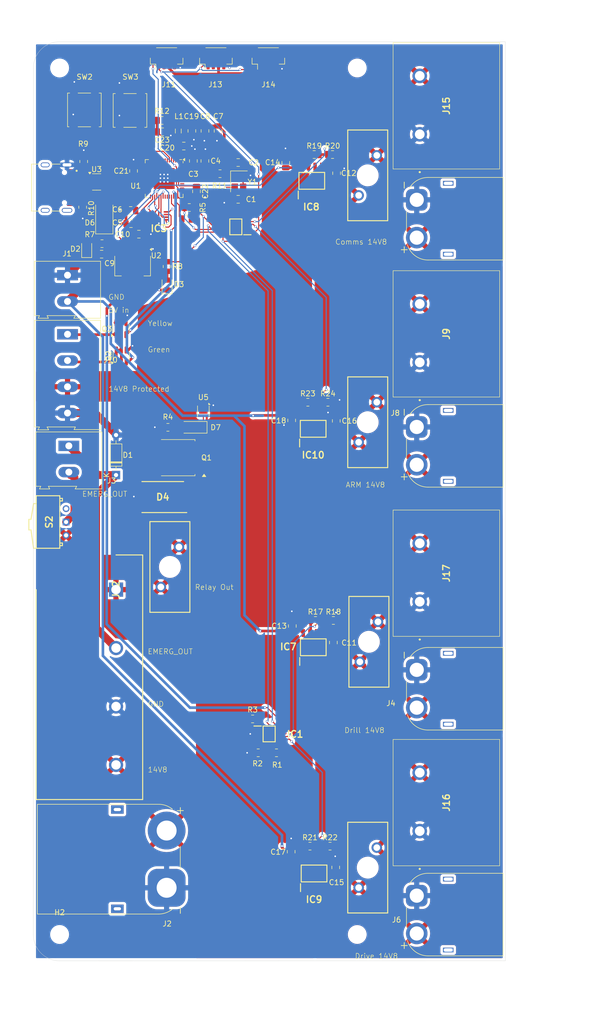
<source format=kicad_pcb>
(kicad_pcb (version 20240108) (generator "pcbnew") (generator_version "8.0")
  (layers (0 "F.Cu" signal) (1 "In1.Cu" signal) (2 "In2.Cu" signal) (31 "B.Cu" power) (34 "B.Paste" user) (35 "F.Paste" user) (36 "B.SilkS" user "B.Silkscreen") (37 "F.SilkS" user "F.Silkscreen") (38 "B.Mask" user) (39 "F.Mask" user) (44 "Edge.Cuts" user))
  (net 0 "")
  (net 1 "GND")
  (net 2 "/XTAL_N")
  (net 3 "/XTAL_P")
  (net 4 "+3.3V")
  (net 5 "/VDD_SPI")
  (net 6 "+5V")
  (net 7 "Net-(IC7-FILTER)")
  (net 8 "Net-(IC8-FILTER)")
  (net 9 "Net-(IC9-FILTER)")
  (net 10 "Net-(IC10-FILTER)")
  (net 11 "Net-(C20-Pad1)")
  (net 12 "Net-(U1-VDD3P3_RTC)")
  (net 13 "/RESET")
  (net 14 "Net-(D2-A)")
  (net 15 "Net-(D3-A)")
  (net 16 "VBUS")
  (net 17 "/14V8_PROTECTED")
  (net 18 "/SCL")
  (net 20 "/SDA")
  (net 21 "Net-(IC1-ADDR)")
  (net 22 "/Current_sensing/COMMS_READ")
  (net 24 "/Current_sensing/ARM_READ")
  (net 25 "/Current_sensing/DRIVE_READ")
  (net 26 "/Current_sensing/DRILL_READ")
  (net 27 "/SPICS0")
  (net 28 "/SPID")
  (net 29 "/SPIQ")
  (net 30 "/SPICLK")
  (net 31 "/SPIWP")
  (net 32 "/SPIHD")
  (net 33 "/14V8_DRILL_OUT")
  (net 34 "/Current_sensing/DRILL_V")
  (net 35 "/14V8_DRIVE_OUT")
  (net 36 "/Current_sensing/DRIVE_V")
  (net 37 "/14V8_COMMS_OUT")
  (net 38 "/Current_sensing/COMMS_V")
  (net 39 "/14V8_ARM_OUT")
  (net 40 "/Current_sensing/ARM_V")
  (net 41 "/Power/14V8_IN")
  (net 42 "/Connectors/14V8_ARM_OUT")
  (net 43 "/Connectors/14V8_DRIVE_OUT")
  (net 44 "/Connectors/14V8_DRILL_OUT")
  (net 45 "/Connectors/14V8_COMMS_OUT")
  (net 46 "/USB_N")
  (net 47 "Net-(J7-CC2)")
  (net 48 "/USB_P")
  (net 49 "Net-(J7-CC1)")
  (net 52 "Net-(U1-XTAL_P)")
  (net 53 "/BOOT")
  (net 55 "/USB_OUT_N")
  (net 78 "/USB_OUT_P")
  (net 89 "/Power/PROTEC_IN")
  (net 90 "Net-(J10-Pin_2)")
  (net 91 "Net-(J10-Pin_1)")
  (net 92 "/IND_GREEN")
  (net 93 "/IND_YELLOW")
  (net 94 "/Power/RELAY_OUT")
  (net 95 "/Power/DIODE_DIVIDER")
  (net 96 "/Power/EMERG_OUT")
  (net 99 "Net-(IC1-AIN1)")
  (net 101 "Net-(J3-Pin_2)")
  (footprint "iprl_footprints:01530008" (layer "F.Cu") (at 117 41.24)
    (property "Reference" "F3")
    (property "Value" "01530008Z" (hide yes))
  )
  (footprint "Package_TO_SOT_SMD:TSOT-23-6" (layer "F.Cu") (at 69.95 70.4375 90)
    (property "Reference" "Q3")
    (property "Value" "RQ6E080AJ")
  )
  (footprint "Resistor_SMD:R_0805_2012Metric" (layer "F.Cu") (at 109.4125 84.45)
    (property "Reference" "R24")
    (property "Value" "4k7" (hide yes))
  )
  (footprint "Resistor_SMD:R_0805_2012Metric" (layer "F.Cu") (at 99.6 151.2 180)
    (property "Reference" "R1")
    (property "Value" "100k" (hide yes))
  )
  (footprint "Package_TO_SOT_SMD:TSOT-23-6" (layer "F.Cu") (at 70 75.6375 90)
    (property "Reference" "Q2")
    (property "Value" "RQ6E080AJ")
  )
  (footprint "Capacitor_SMD:C_0805_2012Metric" (layer "F.Cu") (at 77.82 32.95)
    (property "Reference" "C23")
    (property "Value" "1u" (hide yes))
  )
  (footprint "Capacitor_SMD:C_0805_2012Metric" (layer "F.Cu") (at 85.945 38.5 90)
    (property "Reference" "C4")
    (property "Value" "1u" (hide yes))
  )
  (footprint "Capacitor_SMD:C_0805_2012Metric" (layer "F.Cu") (at 81.925 35.6625)
    (property "Reference" "C20")
    (property "Value" "100n" (hide yes))
  )
  (footprint "iprl_footprints:01530008" (layer "F.Cu") (at 79.2728 115.81 180)
    (property "Reference" "F1")
    (property "Value" "01530008Z" (hide yes))
  )
  (footprint "TerminalBlock:TerminalBlock_Altech_AK300-2_P5.00mm" (layer "F.Cu") (at 60 92.75 -90)
    (property "Reference" "J3")
    (property "Value" "Conn_01x02")
  )
  (footprint "Package_SON:WSON-6-1EP_2x2mm_P0.65mm_EP1x1.6mm" (layer "F.Cu") (at 85.65 86.1375 -90)
    (property "Reference" "U5")
    (property "Value" "TVS3300DRV" (hide yes))
  )
  (footprint "Capacitor_SMD:C_0805_2012Metric" (layer "F.Cu") (at 71.8 47.9325 180)
    (property "Reference" "C6")
    (property "Value" "100n" (hide yes))
  )
  (footprint "iprl_footprints:01530008" (layer "F.Cu") (at 117.2272 130.06)
    (property "Reference" "F4")
    (property "Value" "01530008Z" (hide yes))
  )
  (footprint "Capacitor_SMD:C_0805_2012Metric" (layer "F.Cu") (at 83.465 32.78 -90)
    (property "Reference" "C19")
    (property "Value" "1u" (hide yes))
  )
  (footprint "Resistor_SMD:R_0805_2012Metric" (layer "F.Cu") (at 95.05 144.75)
    (property "Reference" "R3")
    (property "Value" "10k" (hide yes))
  )
  (footprint "Resistor_SMD:R_0805_2012Metric" (layer "F.Cu") (at 109.8125 168.975)
    (property "Reference" "R22")
    (property "Value" "4k7" (hide yes))
  )
  (footprint "Connector_AMASS:AMASS_XT60PW-M_1x02_P7.20mm_Horizontal" (layer "F.Cu") (at 126.35 45.9 -90)
    (property "Reference" "J5" (hide yes))
    (property "Value" "Conn_01x02")
  )
  (footprint "Package_DFN_QFN:QFN-56-1EP_7x7mm_P0.4mm_EP4x4mm" (layer "F.Cu") (at 78.175 41.85 -90)
    (property "Reference" "U1")
    (property "Value" "ESP32-S3" (hide yes))
  )
  (footprint "Resistor_SMD:R_0805_2012Metric" (layer "F.Cu") (at 78.895 89.22 180)
    (property "Reference" "R4")
    (property "Value" "1k" (hide yes))
  )
  (footprint "MountingHole:MountingHole_3.2mm_M3" (layer "F.Cu") (at 115 185.795)
    (property "Reference" "H3" (hide yes))
    (property "Value" "MountingHole")
  )
  (footprint "iprl_footprints:8PCV02006" (layer "F.Cu") (at 126.92 33.423 90)
    (property "Reference" "J15")
    (property "Value" "8PCV-02-006" (hide yes))
  )
  (footprint "TerminalBlock:TerminalBlock_Altech_AK300-2_P5.00mm" (layer "F.Cu") (at 59.75 60.25 -90)
    (property "Reference" "J1")
    (property "Value" "Conn_01x02")
  )
  (footprint "LED_SMD:LED_0805_2012Metric" (layer "F.Cu") (at 78.735 62.1225 90)
    (property "Reference" "D3")
    (property "Value" "LED" (hide yes))
  )
  (footprint "MountingHole:MountingHole_3.2mm_M3" (layer "F.Cu") (at 115 20.795)
    (property "Reference" "H1" (hide yes))
    (property "Value" "MountingHole")
  )
  (footprint "Resistor_SMD:R_0805_2012Metric" (layer "F.Cu") (at 105.9875 168.975)
    (property "Reference" "R21")
    (property "Value" "1k69" (hide yes))
  )
  (footprint "Resistor_SMD:R_0805_2012Metric" (layer "F.Cu") (at 62.635 47.3075 -90)
    (property "Reference" "R10")
    (property "Value" "5k" (hide yes))
  )
  (footprint "Resistor_SMD:R_0805_2012Metric" (layer "F.Cu") (at 62.835 38.6 90)
    (property "Reference" "R9")
    (property "Value" "5k" (hide yes))
  )
  (footprint "Capacitor_SMD:C_0805_2012Metric" (layer "F.Cu") (at 72.345 40.4 90)
    (property "Reference" "C21")
    (property "Value" "100n" (hide yes))
  )
  (footprint "Capacitor_SMD:C_0805_2012Metric" (layer "F.Cu") (at 111.0625 40.83 90)
    (property "Reference" "C12")
    (property "Value" "1n" (hide yes))
  )
  (footprint "iprl_footprints:01530008" (layer "F.Cu") (at 117 88.25)
    (property "Reference" "F2")
    (property "Value" "01530008Z" (hide yes))
  )
  (footprint "TerminalBlock:TerminalBlock_Altech_AK300-4_P5.00mm" (layer "F.Cu") (at 59.75 71.5 -90)
    (property "Reference" "J10")
    (property "Value" "Conn_01x04")
  )
  (footprint "Capacitor_SMD:C_0805_2012Metric" (layer "F.Cu") (at 73.355 52.4425)
    (property "Reference" "C10")
    (property "Value" "10u" (hide yes))
  )
  (footprint "Resistor_SMD:R_0805_2012Metric" (layer "F.Cu") (at 96.1125 151.2 180)
    (property "Reference" "R2")
    (property "Value" "10k" (hide yes))
  )
  (footprint "Capacitor_SMD:C_0805_2012Metric" (layer "F.Cu") (at 110.45 130.2 90)
    (property "Reference" "C11")
    (property "Value" "1n" (hide yes))
  )
  (footprint "Diode_THT:D_DO-35_SOD27_P7.62mm_Horizontal" (layer "F.Cu") (at 69 98.31 90)
    (property "Reference" "D1")
    (property "Value" "1N4148")
  )
  (footprint "iprl_footprints:SOIC127P600X175-8N" (layer "F.Cu") (at 106.3325 42.28 90)
    (property "Reference" "IC8")
    (property "Value" "ACS712ELCTR-20A-T" (hide yes))
  )
  (footprint "Capacitor_SMD:C_0805_2012Metric" (layer "F.Cu") (at 85.965 32.78 -90)
    (property "Reference" "C8")
    (property "Value" "1u" (hide yes))
  )
  (footprint "Button_Switch_SMD:SW_Push_1P1T_NO_CK_KSC6xxJ" (layer "F.Cu") (at 62.965 28.78 -90)
    (property "Reference" "SW2")
    (property "Value" "SW_Push")
  )
  (footprint "Capacitor_SMD:C_0805_2012Metric" (layer "F.Cu") (at 84.345 44.3 -90)
    (property "Reference" "C22")
    (property "Value" "100n" (hide yes))
  )
  (footprint "Package_TO_SOT_SMD:TO-252-2" (layer "F.Cu") (at 80.75 95 180)
    (property "Reference" "Q1")
    (property "Value" "SUD45P03-09" (hide yes))
  )
  (footprint "Capacitor_SMD:C_0805_2012Metric" (layer "F.Cu") (at 111 88 90)
    (property "Reference" "C16")
    (property "Value" "1n" (hide yes))
  )
  (footprint "Button_Switch_SMD:SW_Push_1P1T_NO_CK_KSC6xxJ" (layer "F.Cu") (at 71.665 28.88 90)
    (property "Reference" "SW3")
    (property "Value" "SW_Push")
  )
  (footprint "MountingHole:MountingHole_3.2mm_M3" (layer "F.Cu") (at 58.238863 20.795)
    (property "Reference" "H4" (hide yes))
    (property "Value" "MountingHole")
  )
  (footprint "Connector_JST:JST_SH_BM04B-SRSS-TB_1x04-1MP_P1.00mm_Vertical" (layer "F.Cu") (at 78.65 18.95)
    (property "Reference" "J11")
    (property "Value" "Conn_01x04")
  )
  (footprint "MountingHole:MountingHole_3.2mm_M3" (layer "F.Cu") (at 58.238863 185.795)
    (property "Reference" "H2")
    (property "Value" "MountingHole")
  )
  (footprint "Connector_AMASS:AMASS_XT60PW-M_1x02_P7.20mm_Horizontal" (layer "F.Cu") (at 126.35 135.4 -90)
    (property "Reference" "J4")
    (property "Value" "Conn_01x02")
  )
  (footprint "Capacitor_SMD:C_0805_2012Metric" (layer "F.Cu") (at 83.745 38.5 90)
    (property "Reference" "C3")
    (property "Value" "10n" (hide yes))
  )
  (footprint "iprl_footprints:SOIC127P600X175-8N" (layer "F.Cu") (at 106.765 174.175 90)
    (property "Reference" "IC9")
    (property "Value" "ACS712ELCTR-20A-T" (hide yes))
  )
  (footprint "iprl_footprints:SOP50P490X110-10N" (layer "F.Cu") (at 91.845 51.05 180)
    (property "Reference" "IC2" (hide yes))
    (property "Value" "ADS1115BQDGSRQ1" (hide yes))
  )
  (footprint "Resistor_SMD:R_0805_2012Metric" (layer "F.Cu") (at 66.3225 54.2475 180)
    (property "Reference" "R7")
    (property "Value" "1k" (hide yes))
  )
  (footprint "iprl_footprints:SOP50P490X110-10N" (layer "F.Cu") (at 98.2 147.6)
    (property "Reference" "IC1")
    (property "Value" "ADS1115BQDGSRQ1" (hide yes))
  )
  (footprint "Diode_SMD:D_SMA" (layer "F.Cu") (at 66.765 48.88 90)
    (property "Reference" "D6")
    (property "Value" "MBRA340T3G" (hide yes))
  )
  (footprint "Capacitor_SMD:C_0805_2012Metric" (layer "F.Cu") (at 102.4 170.025 90)
    (property "Reference" "C17")
    (property "Value" "100n" (hide yes))
  )
  (footprint "Resistor_SMD:R_0805_2012Metric" (layer "F.Cu") (at 110.45 126)
    (property "Reference" "R18")
    (property "Value" "4k7" (hide yes))
  )
  (footprint "Package_TO_SOT_SMD:SOT-23-6" (layer "F.Cu") (at 65.2975 42.495)
    (property "Reference" "U3")
    (property "Value" "USBLC6-2SC6" (hide yes))
  )
  (footprint "Capacitor_SMD:C_0805_2012Metric" (layer "F.Cu") (at 101.3775 38.83 90)
    (property "Reference" "C14")
    (property "Value" "100n" (hide yes))
  )
  (footprint "iprl_footprints:8PCV02006" (layer "F.Cu") (at 126.92 122.423 90)
    (property "Reference" "J17")
    (property "Value" "8PCV-02-006" (hide yes))
  )
  (footprint "iprl_footprints:8PCV02006" (layer "F.Cu") (at 126.92 76.848 90)
    (property "Reference" "J9")
    (property "Value" "8PCV-02-006" (hide yes))
  )
  (footprint "footprints:SON50P300X200X60-9N" (layer "F.Cu") (at 77.145 48.95 180)
    (property "Reference" "IC3")
    (property "Value" "W25Q16JVUXIQ_TR" (hide yes))
  )
  (footprint "iprl_footprints:EGJ1210AAT2" (layer "F.Cu") (at 59.475 107.25 90)
    (property "Reference" "S2")
    (property "Value" "EGJ1210AAT2" (hide yes))
  )
  (footprint "iprl_footprints:8PCV02006" (layer "F.Cu") (at 126.92 166.1055 90)
    (property "Reference" "J16")
    (property "Value" "8PCV-02-006" (hide yes))
  )
  (footprint "iprl_footprints:SOIC127P600X175-8N" (layer "F.Cu") (at 106.595 89.5 90)
    (property "Reference" "IC10")
    (property "Value" "ACS712ELCTR-20A-T" (hide yes))
  )
  (footprint "Connector_AMASS:AMASS_XT60PW-M_1x02_P7.20mm_Horizontal" (layer "F.Cu") (at 126.35 178.4 -90)
    (property "Reference" "J6")
    (property "Value" "Conn_01x02")
  )
  (footprint "Capacitor_SMD:C_0805_2012Metric" (layer "F.Cu") (at 110.9 173.025 90)
    (property "Reference" "C15")
    (property "Value" "1n" (hide yes))
  )
  (footprint "Resistor_SMD:R_0805_2012Metric" (layer "F.Cu") (at 82.9625 47.3625)
    (property "Reference" "R5")
    (property "Value" "10k" (hide yes))
  )
  (footprint "Capacitor_SMD:C_0805_2012Metric" (layer "F.Cu") (at 102.5 87.9 -90)
    (property "Reference" "C18")
    (property "Value" "100n" (hide yes))
  )
  (footprint "Capacitor_SMD:C_0805_2012Metric" (layer "F.Cu") (at 71.85 50.4325 180)
    (property "Reference" "C5")
    (property "Value" "100n" (hide yes))
  )
  (footprint "Capacitor_SMD:C_0805_2012Metric" (layer "F.Cu") (at 88.465 32.78 -90)
    (property "Reference" "C7")
    (property "Value" "10u" (hide yes))
  )
  (footprint "LED_SMD:LED_0805_2012Metric" (layer "F.Cu") (at 63.405 55.205 90)
    (property "Reference" "D2")
    (property "Value" "LED" (hide yes))
  )
  (footprint "iprl_footprints:SOIC127P600X175-8N" (layer "F.Cu") (at 106.615 131.1 90)
    (property "Reference" "IC7")
    (property "Value" "ACS712ELCTR-20A-T" (hide yes))
  )
  (footprint "Connector_AMASS:AMASS_XT60PW-M_1x02_P7.20mm_Horizontal" (layer "F.Cu") (at 126.35 89.15 -90)
    (property "Reference" "J8")
    (property "Value" "Conn_01x02")
  )
  (footprint "Resistor_SMD:R_0805_2012Metric" (layer "F.Cu") (at 88.8325 40.925 180)
    (property "Reference" "R11")
    (property "Value" "22" (hide yes))
  )
  (footprint "Capacitor_SMD:C_0805_2012Metric" (layer "F.Cu") (at 92.295 38.8)
    (property "Reference" "C2")
    (property "Value" "10p" (hide yes))
  )
  (footprint "Capacitor_SMD:C_0805_2012Metric" (layer "F.Cu") (at 92.295 45.8 180)
    (property "Reference" "C1")
    (property "Value" "10p" (hide yes))
  )
  (footprint "iprl_footprints:TYPE-C-31-M-12" (layer "F.Cu") (at 55.485 43.57 -90)
    (property "Reference" "J7" (hide yes))
    (property "Value" "USB_C_Receptacle_USB2.0_16P" (hide yes))
  )
  (footprint "Capacitor_SMD:C_0805_2012Metric" (layer "F.Cu") (at 102.62 127.05 90)
    (property "Reference" "C13")
    (property "Value" "100n" (hide yes))
  )
  (footprint "iprl_footprints:01530008" (layer "F.Cu") (at 117 173.06)
    (property "Reference" "F5")
    (property "Value" "01530008Z" (hide yes))
  )
  (footprint "iprl_footprints:SHDR4W114P0X1112_1X4_4628X2032X1956P" (layer "F.Cu") (at 69 120.125 -90)
    (property "Reference" "J12")
    (property "Value" "8PCV-04-006" (hide yes))
  )
  (footprint "Connector_JST:JST_SH_BM04B-SRSS-TB_1x04-1MP_P1.00mm_Vertical" (layer "F.Cu") (at 98.05 18.95)
    (property "Reference" "J14")
    (property "Value" "Conn_01x04")
  )
  (footprint "Capacitor_SMD:C_0805_2012Metric" (layer "F.Cu") (at 66.25 56.25 180)
    (property "Reference" "C9")
    (property "Value" "10u" (hide yes))
  )
  (footprint "Resistor_SMD:R_0805_2012Metric" (layer "F.Cu") (at 110.29 37.28)
    (property "Reference" "R20")
    (property "Value" "4k7" (hide yes))
  )
  (footprint "Resistor_SMD:R_0805_2012Metric" (layer "F.Cu") (at 106.79 37.28)
    (property "Reference" "R19")
    (property "Value" "1k69" (hide yes))
  )
  (footprint "Resistor_SMD:R_0805_2012Metric" (layer "F.Cu") (at 105.5875 84.45)
    (property "Reference" "R23")
    (property "Value" "1k69" (hide yes))
  )
  (footprint "Resistor_SMD:R_0805_2012Metric" (layer "F.Cu") (at 107.0325 126)
    (property "Reference" "R17")
    (property "Value" "1k69" (hide yes))
  )
  (footprint "Package_TO_SOT_SMD:SOT-223-3_TabPin2" (layer "F.Cu") (at 72.165 58.48 -90)
    (property "Reference" "U2")
    (property "Value" "AMS1117-3.3" (hide yes))
  )
  (footprint "Resistor_SMD:R_0805_2012Metric" (layer "F.Cu") (at 78.735 58.5975 -90)
    (property "Reference" "R8")
    (property "Value" "1k" (hide yes))
  )
  (footprint "Resistor_SMD:R_0805_2012Metric" (layer "F.Cu") (at 77.765 30.78 180)
    (property "Reference" "R12")
    (property "Value" "10k" (hide yes))
  )
  (footprint "iprl_footprints:DIOM8059X265N" (layer "F.Cu") (at 77.91375 102.5 180)
    (property "Reference" "D4")
    (property "Value" "SM15T22A" (hide yes))
  )
  (footprint "Crystal:Crystal_SMD_SeikoEpson_FA238-4Pin_3.2x2.5mm" (layer "F.Cu") (at 92.445 42.4 -90)
    (property "Reference" "Y1")
    (property "Value" "Crystal_GND24" (hide yes))
  )
  (footprint "Connector_AMASS:AMASS_XT90PW-M_1x02_P10.90mm_Horizontal" (layer "F.Cu") (at 78.65 176.9 90)
    (property "Reference" "J2")
    (property "Value" "Conn_01x02")
  )
  (footprint "Inductor_SMD:L_0805_2012Metric" (layer "F.Cu") (at 80.875 32.8 -90)
    (property "Reference" "L1")
    (property "Value" "2n2" (hide yes))
  )
  (footprint "Connector_JST:JST_SH_BM04B-SRSS-TB_1x04-1MP_P1.00mm_Vertical" (layer "F.Cu") (at 88.05 18.95)
    (property "Reference" "J13")
    (property "Value" "Conn_01x04")
  )
  (footprint "Resistor_SMD:R_0805_2012Metric" (layer "F.Cu") (at 82.4625 49.555)
    (property "Reference" "R6" (hide yes))
    (property "Value" "10k" (hide yes))
  )
  (footprint "Diode_SMD:D_MiniMELF" (layer "F.Cu") (at 83.695 89.22 180)
    (property "Reference" "D7")
    (property "Value" "BZV55B10" (hide yes))
  )
  (gr_arc (start 58.246358 190.806368) (mid 54.70059 189.343872) (end 53.227495 185.802495) (stroke (width 0.05)) (layer "Edge.Cuts"))
  (gr_line (start 143.238863 190.795) (end 58.246358 190.806368) (stroke (width 0.05)) (layer "Edge.Cuts"))
  (gr_arc (start 53.238863 20.795) (mid 54.703329 17.259466) (end 58.238863 15.795) (stroke (width 0.05)) (layer "Edge.Cuts"))
  (gr_line (start 143.238863 15.795) (end 143.238863 190.795) (stroke (width 0.05)) (layer "Edge.Cuts"))
  (gr_line (start 143.238863 15.795) (end 58.238863 15.795) (stroke (width 0.05)) (layer "Edge.Cuts"))
  (gr_line (start 53.227495 185.802495) (end 53.238863 20.795) (stroke (width 0.05)) (layer "Edge.Cuts"))
  (gr_text "5V in" (at 67.5 67.5 0) (layer "F.SilkS") (effects (font (size 1 1) (thickness 0.1)) (justify left bottom)))
  (gr_text "14V8 Protected\n" (at 67.5 82.5 0) (layer "F.SilkS") (effects (font (size 1 1) (thickness 0.1)) (justify left bottom)))
  (gr_text "Yellow" (at 75 70 0) (layer "F.SilkS") (effects (font (size 1 1) (thickness 0.1)) (justify left bottom)))
  (gr_text "Drill 14V8" (at 112.5 147.5 0) (layer "F.SilkS") (effects (font (size 1 1) (thickness 0.1)) (justify left bottom)))
  (gr_text "Green" (at 75 75 0) (layer "F.SilkS") (effects (font (size 1 1) (thickness 0.1)) (justify left bottom)))
  (gr_text "14V8" (at 75 155 0) (layer "F.SilkS") (effects (font (size 1 1) (thickness 0.1)) (justify left bottom)))
  (gr_text "ARM 14V8" (at 112.75 100.75 0) (layer "F.SilkS") (effects (font (size 1 1) (thickness 0.1)) (justify left bottom)))
  (gr_text "GND" (at 67.5 65 0) (layer "F.SilkS") (effects (font (size 1 1) (thickness 0.1)) (justify left bottom)))
  (gr_text "GND\n" (at 75 142.5 0) (layer "F.SilkS") (effects (font (size 1 1) (thickness 0.1)) (justify left bottom)))
  (gr_text "Relay Out" (at 84 120.25 0) (layer "F.SilkS") (effects (font (size 1 1) (thickness 0.1)) (justify left bottom)))
  (gr_text "Drive 14V8" (at 114.5 190.5 0) (layer "F.SilkS") (effects (font (size 1 1) (thickness 0.1)) (justify left bottom)))
  (gr_text "EMERG_OUT\n" (at 75 132.5 0) (layer "F.SilkS") (effects (font (size 1 1) (thickness 0.1)) (justify left bottom)))
  (gr_text "Comms 14V8" (at 110.75 54.5 0) (layer "F.SilkS") (effects (font (size 1 1) (thickness 0.1)) (justify left bottom)))
  (gr_text "EMERG_OUT\n" (at 62.5 102.5 0) (layer "F.SilkS") (effects (font (size 1 1) (thickness 0.1)) (justify left bottom)))
  (segment (start 99.975 20.275) (end 100.65 20.95) (width 0.2) (layer "F.Cu") (net 1))
  (segment (start 63.445 56.1825) (end 63.405 56.1425) (width 0.2) (layer "F.Cu") (net 1))
  (segment (start 95.2 151.2) (end 94 151.2) (width 0.5) (layer "F.Cu") (net 1))
  (segment (start 89.645 46.45) (end 89.645 47.6) (width 0.2) (layer "F.Cu") (net 1))
  (segment (start 74.305 52.4425) (end 75.6375 52.4425) (width 0.5) (layer "F.Cu") (net 1))
  (segment (start 110.45 129.25) (end 109.37 129.25) (width 0.5) (layer "F.Cu") (net 1))
  (segment (start 85 85.25) (end 86.3 85.25) (width 0.5) (layer "F.Cu") (net 1))
  (segment (start 85.65 86.1375) (end 85.65 85.25) (width 0.5) (layer "F.Cu") (net 1))
  (segment (start 90.295 45.8) (end 91.345 45.8) (width 0.2) (layer "F.Cu") (net 1))
  (segment (start 88.465 33.73) (end 88.465 34.43) (width 0.5) (layer "F.Cu") (net 1))
  (segment (start 89.995 43.5) (end 89.845 43.65) (width 0.2) (layer "F.Cu") (net 1))
  (segment (start 111 87.05) (end 108.75 87.05) (width 0.5) (layer "F.Cu") (net 1))
  (segment (start 91.345 45.8) (end 91.345 43.8) (width 0.5) (layer "F.Cu") (net 1))
  (segment (start 70.95 74.5) (end 71.35 74.5) (width 0.5) (layer "F.Cu") (net 1))
  (segment (start 70.9 68.15) (end 71.15 67.9) (width 0.5) (layer "F.Cu") (net 1))
  (segment (start 110.08 87.05) (end 109.43 86.4) (width 0.5) (layer "F.Cu") (net 1))
  (segment (start 110.325 84.45) (end 111.18 84.45) (width 0.5) (layer "F.Cu") (net 1))
  (segment (start 70.9 50.4325) (end 70.9 47.9825) (width 0.5) (layer "F.Cu") (net 1))
  (segment (start 83.745 37.55) (end 85.945 37.55) (width 0.5) (layer "F.Cu") (net 1))
  (segment (start 85.945 36.35) (end 86.045 36.25) (width 0.5) (layer "F.Cu") (net 1))
  (segment (start 110.9 171) (end 110.8025 170.9025) (width 0.5) (layer "F.Cu") (net 1))
  (segment (start 111.0625 39.88) (end 111.0625 37.42) (width 0.5) (layer "F.Cu") (net 1))
  (segment (start 111 87.05) (end 110.08 87.05) (width 0.5) (layer "F.Cu") (net 1))
  (segment (start 77.9825 89.22) (end 76.42 89.22) (width 0.5) (layer "F.Cu") (net 1))
  (segment (start 70.9 50.4325) (end 69.95 50.4325) (width 0.5) (layer "F.Cu") (net 1))
  (segment (start 83.465 34.07) (end 83.845 34.45) (width 0.5) (layer "F.Cu") (net 1))
  (segment (start 85.965 33.73) (end 85.965 34.53) (width 0.5) (layer "F.Cu") (net 1))
  (segment (start 109.37 129.25) (end 108.52 128.4) (width 0.5) (layer "F.Cu") (net 1))
  (segment (start 77.255 63.06) (end 77.245 63.05) (width 0.5) (layer "F.Cu") (net 1))
  (segment (start 60.965 25.88) (end 60.965 23.53) (width 0.5) (layer "F.Cu") (net 1))
  (segment (start 111.3625 124.9125) (end 111.3625 126) (width 0.5) (layer "F.Cu") (net 1))
  (segment (start 62.835 36.46) (end 62.845 36.45) (width 0.5) (layer "F.Cu") (net 1))
  (segment (start 60.965 23.53) (end 61.045 23.45) (width 0.5) (layer "F.Cu") (net 1))
  (segment (start 78.735 63.06) (end 77.255 63.06) (width 0.5) (layer "F.Cu") (net 1))
  (segment (start 87.3225 85.25) (end 87.555 85.0175) (width 0.5) (layer "F.Cu") (net 1))
  (segment (start 65 86.5) (end 59.75 86.5) (width 1.5) (layer "F.Cu") (net 1))
  (segment (start 85.965 34.53) (end 85.845 34.65) (width 0.5) (layer "F.Cu") (net 1))
  (segment (start 93.095 51.05) (end 94.045 51.05) (width 0.2) (layer "F.Cu") (net 1))
  (segment (start 85.65 85.9) (end 85 85.25) (width 0.5) (layer "F.Cu") (net 1))
  (segment (start 83.745 37.55) (end 83.745 36.55) (width 0.5) (layer "F.Cu") (net 1))
  (segment (start 72.345 39.45) (end 72.345 38.25) (width 0.2) (layer "F.Cu") (net 1))
  (segment (start 102.4 169.075) (end 102.4 167.505) (width 0.5) (layer "F.Cu") (net 1))
  (segment (start 111.18 84.45) (end 111.63 84) (width 0.5) (layer "F.Cu") (net 1))
  (segment (start 83.745 36.55) (end 84.045 36.25) (width 0.5) (layer "F.Cu") (net 1))
  (segment (start 102.62 126.1) (end 102.62 124.345) (width 0.5) (layer "F.Cu") (net 1))
  (segment (start 111.3625 126) (end 111.3625 128.3375) (width 0.5) (layer "F.Cu") (net 1))
  (segment (start 80.15 20.275) (end 80.775 20.275) (width 0.2) (layer "F.Cu") (net 1))
  (segment (start 110.9 172.075) (end 110.9 171) (width 0.5) (layer "F.Cu") (net 1))
  (segment (start 110.9 172.075) (end 109.27 172.075) (width 0.5) (layer "F.Cu") (net 1))
  (segment (start 88.465 34.43) (end 88.245 34.65) (width 0.5) (layer "F.Cu") (net 1))
  (segment (start 69.665 31.78) (end 69.665 29.87) (width 0.5) (layer "F.Cu") (net 1))
  (segment (start 111.0625 39.88) (end 112.492502 39.88) (width 0.5) (layer "F.Cu") (net 1))
  (segment (start 109.27 172.075) (end 108.67 171.475) (width 0.5) (layer "F.Cu") (net 1))
  (segment (start 85.65 85.25) (end 87.3225 85.25) (width 0.5) (layer "F.Cu") (net 1))
  (segment (start 64.822499 42.495) (end 65.2725 42.044999) (width 0.5) (layer "F.Cu") (net 1))
  (segment (start 77.145 48.95) (end 77.145 50.3375) (width 0.2) (layer "F.Cu") (net 1))
  (segment (start 69.95 50.4325) (end 69.75 50.2325) (width 0.5) (layer "F.Cu") (net 1))
  (segment (start 101.3775 36.164998) (end 101.3175 36.104998) (width 0.2) (layer "F.Cu") (net 1))
  (segment (start 83.4325 35.6625) (end 83.445 35.65) (width 0.5) (layer "F.Cu") (net 1))
  (segment (start 90.175 20.275) (end 90.65 20.75) (width 0.2) (layer "F.Cu") (net 1))
  (segment (start 94.1375 144.75) (end 94.1375 147.1375) (width 0.2) (layer "F.Cu") (net 1))
  (segment (start 88.465 33.73) (end 85.965 33.73) (width 0.5) (layer "F.Cu") (net 1))
  (segment (start 99.55 20.275) (end 99.975 20.275) (width 0.2) (layer "F.Cu") (net 1))
  (segment (start 74.305 55.17) (end 74.465 55.33) (width 0.5) (layer "F.Cu") (net 1))
  (segment (start 72.5 102.5) (end 72.4 102.4) (width 0.5) (layer "F.Cu") (net 1))
  (segment (start 60.965 31.68) (end 60.965 29.77) (width 0.5) (layer "F.Cu") (net 1))
  (segment (start 74.41375 102.5) (end 72.5 102.5) (width 0.5) (layer "F.Cu") (net 1))
  (segment (start 71.35 74.5) (end 72.15 73.7) (width 0.5) (layer "F.Cu") (net 1))
  (segment (start 110.925 124.475) (end 111.3625 124.9125) (width 0.5) (layer "F.Cu") (net 1))
  (segment (start 62.835 37.6875) (end 62.835 36.46) (width 0.5) (layer "F.Cu") (net 1))
  (segment (start 74.465 55.33) (end 75.965 55.33) (width 0.5) (layer "F.Cu") (net 1))
  (segment (start 69.665 25.98) (end 69.665 23.67) (width 0.5) (layer "F.Cu") (net 1))
  (segment (start 78.77 32.95) (end 78.77 32.975) (width 0.5) (layer "F.Cu") (net 1))
  (segment (start 78.77 32.975) (end 79.445 33.65) (width 0.5) (layer "F.Cu") (net 1))
  (segment (start 111.3625 128.3375) (end 110.45 129.25) (width 0.5) (layer "F.Cu") (net 1))
  (segment (start 89.55 20.275) (end 90.175 20.275) (width 0.2) (layer "F.Cu") (net 1))
  (segment (start 63.405 56.1425) (end 65.1925 56.1425) (width 1.5) (layer "F.Cu") (net 1))
  (segment (start 70.9 69.3) (end 70.9 68.15) (width 0.5) (layer "F.Cu") (net 1))
  (segment (start 91.645 43.5) (end 89.995 43.5) (width 0.2) (layer "F.Cu") (net 1))
  (segment (start 108.2375 39.58) (end 110.7625 39.58) (width 0.5) (layer "F.Cu") (net 1))
  (segment (start 63.405 56.1425) (end 63.405 56.595) (width 1.5) (layer "F.Cu") (net 1))
  (segment (start 110.725 168.975) (end 110.725 170.825) (width 0.5) (layer "F.Cu") (net 1))
  (segment (start 69.665 23.67) (end 69.645 23.65) (width 0.5) (layer "F.Cu") (net 1))
  (segment (start 89.645 46.45) (end 90.295 45.8) (width 0.2) (layer "F.Cu") (net 1))
  (segment (start 84.345 45.25) (end 85.835 45.25) (width 0.2) (layer "F.Cu") (net 1))
  (segment (start 94.595 38.8) (end 94.645 38.85) (width 0.2) (layer "F.Cu") (net 1))
  (segment (start 102.62 124.345) (end 102.525 124.25) (width 0.5) (layer "F.Cu") (net 1))
  (segment (start 102.5 88.85) (end 101.08 88.85) (width 0.2) (layer "F.Cu") (net 1))
  (segment (start 96 147.6) (end 94.6 147.6) (width 0.2) (layer "F.Cu") (net 1))
  (segment (start 93.245 38.8) (end 94.595 38.8) (width 0.2) (layer "F.Cu") (net 1))
  (segment (start 93.245 41.3) (end 93.245 38.8) (width 0.5) (layer "F.Cu") (net 1))
  (segment (start 85.945 37.55) (end 85.945 36.35) (width 0.5) (layer "F.Cu") (net 1))
  (segment (start 70.85 47.9325) (end 69.85 47.9325) (width 0.5) (layer "F.Cu") (net 1))
  (segment (start 93.245 41.3) (end 94.595 41.3) (width 0.2) (layer "F.Cu") (net 1))
  (segment (start 85.65 85.9) (end 86.3 85.25) (width 0.5) (layer "F.Cu") (net 1))
  (segment (start 60.965 29.77) (end 60.845 29.65) (width 0.5) (layer "F.Cu") (net 1))
  (segment (start 63.405 56.595) (end 59.75 60.25) (width 1.5) (layer "F.Cu") (net 1))
  (segment (start 62.645 48.23) (end 62.635 48.22) (width 0.2) (layer "F.Cu") (net 1))
  (segment (start 85.835 45.25) (end 85.965 45.38) (width 0.2) (layer "F.Cu") (net 1))
  (segment (start 74.305 52.4425) (end 74.305 55.17) (width 0.5) (layer "F.Cu") (net 1))
  (segment (start 94.595 41.3) (end 94.645 41.25) (width 0.2) (layer "F.Cu") (net 1))
  (segment (start 82.875 35.6625) (end 83.4325 35.6625) (width 0.5) (layer "F.Cu") (net 1))
  (segment (start 79.695 47.65) (end 79.145 48.2) (width 0.2) (layer "F.Cu") (net 1))
  (segment (start 111.0625 37.42) (end 111.2025 37.28) (width 0.5) (layer "F.Cu") (net 1))
  (segment (start 70.9 47.9825) (end 70.85 47.9325) (width 0.5) (layer "F.Cu") (net 1))
  (segment (start 91.345 43.8) (end 91.645 43.5) (width 0.5) (layer "F.Cu") (net 1))
  (segment (start 64.16 42.495) (end 64.822499 42.495) (width 0.5) (layer "F.Cu") (net 1))
  (segment (start 80.775 20.275) (end 81.25 20.75) (width 0.2) (layer "F.Cu") (net 1))
  (segment (start 94.1375 147.1375) (end 94.6 147.6) (width 0.2) (layer "F.Cu") (net 1))
  (segment (start 102.4 167.505) (end 102.4025 167.5025) (width 0.5) (layer "F.Cu") (net 1))
  (segment (start 65.2725 42.044999) (end 65.2725 40.125) (width 0.5) (layer "F.Cu") (net 1))
  (segment (start 110.725 170.825) (end 110.8025 170.9025) (width 0.5) (layer "F.Cu") (net 1))
  (segment (start 75.6375 52.4425) (end 75.645 52.45) (width 0.5) (layer "F.Cu") (net 1))
  (segment (start 75.965 55.33) (end 76.045 55.25) (width 0.5) (layer "F.Cu") (net 1))
  (segment (start 65.1925 56.1425) (end 65.3 56.25) (width 1.5) (layer "F.Cu") (net 1))
  (segment (start 108.75 87.05) (end 108.5 86.8) (width 0.5) (layer "F.Cu") (net 1))
  (segment (start 69.665 29.87) (end 69.645 29.85) (width 0.5) (layer "F.Cu") (net 1))
  (segment (start 112.492502 39.88) (end 112.5175 39.904998) (width 0.5) (layer "F.Cu") (net 1))
  (segment (start 62.645 49.45) (end 62.645 48.23) (width 0.2) (layer "F.Cu") (net 1))
  (segment (start 69 90.5) (end 65 86.5) (width 1.5) (layer "F.Cu") (net 1))
  (segment (start 101.08 88.85) (end 101.03 88.8) (width 0.2) (layer "F.Cu") (net 1))
  (segment (start 69 90.69) (end 69 90.5) (width 1.5) (layer "F.Cu") (net 1))
  (segment (start 85.65 86.1375) (end 85.65 85.9) (width 0.5) (layer "F.Cu") (net 1))
  (segment (start 110.7625 39.58) (end 111.0625 39.88) (width 0.5) (layer "F.Cu") (net 1))
  (segment (start 69.85 47.9325) (end 69.75 47.8325) (width 0.5) (layer "F.Cu") (net 1))
  (segment (start 89.645 47.6) (end 93.095 51.05) (width 0.2) (layer "F.Cu") (net 1))
  (segment (start 79.145 48.2) (end 78.545 48.2) (width 0.2) (layer "F.Cu") (net 1))
  (segment (start 65.2725 40.125) (end 62.835 37.6875) (width 0.5) (layer "F.Cu") (net 1))
  (segment (start 76.42 89.22) (end 76.4 89.2) (width 0.5) (layer "F.Cu") (net 1))
  (segment (start 101.3775 37.88) (end 101.3775 36.164998) (width 0.2) (layer "F.Cu") (net 1))
  (segment (start 85.965 33.73) (end 83.465 33.73) (width 0.5) (layer "F.Cu") (net 1))
  (segment (start 77.145 50.3375) (end 77.17 50.3625) (width 0.2) (layer "F.Cu") (net 1))
  (segment (start 83.465 33.73) (end 83.465 34.07) (width 0.5) (layer "F.Cu") (net 1))
  (via (at 79.445 33.65) (size 0.45) (drill 0.3) (layers "F.Cu" "B.Cu") (net 1))
  (via (at 89.845 43.65) (size 0.45) (drill 0.3) (layers "F.Cu" "B.Cu") (net 1))
  (via (at 77.245 63.05) (size 0.45) (drill 0.3) (layers "F.Cu" "B.Cu") (net 1))
  (via (at 60.845 29.65) (size 0.45) (drill 0.3) (layers "F.Cu" "B.Cu") (net 1))
  (via (at 90.65 20.75) (size 0.45) (drill 0.3) (layers "F.Cu" "B.Cu") (net 1))
  (via (at 77.465 41.08) (size 0.45) (drill 0.3) (layers "F.Cu" "B.Cu") (net 1))
  (via (at 69.645 23.65) (size 0.45) (drill 0.3) (layers "F.Cu" "B.Cu") (net 1))
  (via (at 76.045 55.25) (size 0.45) (drill 0.3) (layers "F.Cu" "B.Cu") (net 1))
  (via (at 77.17 50.3625) (size 0.45) (drill 0.3) (layers "F.Cu" "B.Cu") (net 1))
  (via (at 78.865 41.08) (size 0.45) (drill 0.3) (layers "F.Cu" "B.Cu") (net 1))
  (via (at 88.245 34.65) (size 0.45) (drill 0.3) (layers "F.Cu" "B.Cu") (net 1))
  (via (at 62.845 36.45) (size 0.45) (drill 0.3) (layers "F.Cu" "B.Cu") (net 1))
  (via (at 94.645 38.85) (size 0.45) (drill 0.3) (layers "F.Cu" "B.Cu") (net 1))
  (via (at 62.645 49.45) (size 0.45) (drill 0.3) (layers "F.Cu" "B.Cu") (net 1))
  (via (at 78.865 42.48) (size 0.45) (drill 0.3) (layers "F.Cu" "B.Cu") (net 1))
  (via (at 85.965 45.38) (size 0.45) (drill 0.3) (layers "F.Cu" "B.Cu") (net 1))
  (via (at 111.63 84) (size 0.45) (drill 0.3) (layers "F.Cu" "B.Cu") (net 1))
  (via (at 87.555 85.0175) (size 0.45) (drill 0.3) (layers "F.Cu" "B.Cu") (net 1))
  (via (at 69.75 47.8325) (size 0.45) (drill 0.3) (layers "F.Cu" "B.Cu") (net 1))
  (via (at 101.3175 36.104998) (size 0.45) (drill 0.3) (layers "F.Cu" "B.Cu") (net 1))
  (via (at 86.045 36.25) (size 0.45) (drill 0.3) (layers "F.Cu" "B.Cu") (net 1))
  (via (at 61.045 23.45) (size 0.45) (drill 0.3) (layers "F.Cu" "B.Cu") (net 1))
  (via (at 81.25 20.75) (size 0.45) (drill 0.3) (layers "F.Cu" "B.Cu") (net 1))
  (via (at 77.465 41.78) (size 0.45) (drill 0.3) (layers "F.Cu" "B.Cu") (net 1))
  (via (at 112.5175 39.904998) (size 0.45) (drill 0.3) (layers "F.Cu" "B.Cu") (net 1))
  (via (at 89.645 46.45) (size 0.45) (drill 0.3) (layers "F.Cu" "B.Cu") (net 1))
  (via (at 110.925 124.475) (size 0.45) (drill 0.3) (layers "F.Cu" "B.Cu") (net 1))
  (via (at 78.165 42.48) (size 0.45) (drill 0.3) (layers "F.Cu" "B.Cu") (net 1))
  (via (at 109.43 86.4) (size 0.45) (drill 0.3) (layers "F.Cu" "B.Cu") (net 1))
  (via (at 71.15 67.9) (size 0.45) (drill 0.3) (layers "F.Cu" "B.Cu") (net 1))
  (via (at 69.75 50.2325) (size 0.45) (drill 0.3) (layers "F.Cu" "B.Cu") (net 1))
  (via (at 102.525 124.25) (size 0.45) (drill 0.3) (layers "F.Cu" "B.Cu") (net 1))
  (via (at 78.165 41.78) (size 0.45) (drill 0.3) (layers "F.Cu" "B.Cu") (net 1))
  (via (at 76.4 89.2) (size 0.45) (drill 0.3) (layers "F.Cu" "B.Cu") (net 1))
  (via (at 94.645 41.25) (size 0.45) (drill 0.3) (layers "F.Cu" "B.Cu") (net 1))
  (via (at 77.465 42.48) (size 0.45) (drill 0.3) (layers "F.Cu" "B.Cu") (net 1))
  (via (at 102.4025 167.5025) (size 0.45) (drill 0.3) (layers "F.Cu" "B.Cu") (net 1))
  (via (at 83.845 34.45) (size 0.45) (drill 0.3) (layers "F.Cu" "B.Cu") (net 1))
  (via (at 100.65 20.95) (size 0.45) (drill 0.3) (layers "F.Cu" "B.Cu") (net 1))
  (via (at 75.645 52.45) (size 0.45) (drill 0.3) (layers "F.Cu" "B.Cu") (net 1))
  (via (at 101.03 88.8) (size 0.45) (drill 0.3) (layers "F.Cu" "B.Cu") (net 1))
  (via (at 72.345 38.25) (size 0.45) (drill 0.3) (layers "F.Cu" "B.Cu") (net 1))
  (via (at 84.045 36.25) (size 0.45) (drill 0.3) (layers "F.Cu" "B.Cu") (net 1))
  (via (at 94 151.2) (size 0.45) (drill 0.3) (layers "F.Cu" "B.Cu") (net 1))
  (via (at 94.6 147.6) (size 0.45) (drill 0.3) (layers "F.Cu" "B.Cu") (net 1))
  (via (at 79.695 47.65) (size 0.45) (drill 0.3) (layers "F.Cu" "B.Cu") (net 1))
  (via (at 72.15 73.7) (size 0.45) (drill 0.3) (layers "F.Cu" "B.Cu") (net 1))
  (via (at 110.8025 170.9025) (size 0.45) (drill 0.3) (layers "F.Cu" "B.Cu") (net 1))
  (via (at 78.165 41.08) (size 0.45) (drill 0.3) (layers "F.Cu" "B.Cu") (net 1))
  (via (at 83.445 35.65) (size 0.45) (drill 0.3) (layers "F.Cu" "B.Cu") (net 1))
  (via (at 78.865 41.78) (size 0.45) (drill 0.3) (layers "F.Cu" "B.Cu") (net 1))
  (via (at 72.4 102.4) (size 0.45) (drill 0.3) (layers "F.Cu" "B.Cu") (net 1))
  (via (at 69.645 29.85) (size 0.45) (drill 0.3) (layers "F.Cu" "B.Cu") (net 1))
  (via (at 85.845 34.65) (size 0.45) (drill 0.3) (layers "F.Cu" "B.Cu") (net 1))
  (segment (start 92.945 42.3) (end 93.245 42.6) (width 0.2) (layer "F.Cu") (net 2))
  (segment (start 93.245 42.6) (end 93.245 43.5) (width 0.2) (layer "F.Cu") (net 2))
  (segment (start 93.245 45.8) (end 93.245 43.5) (width 0.5) (layer "F.Cu") (net 2))
  (segment (start 82.12136 40.45) (end 83.97136 42.3) (width 0.2) (layer "F.Cu") (net 2))
  (segment (start 81.625 40.45) (end 82.12136 40.45) (width 0.2) (layer "F.Cu") (net 2))
  (segment (start 83.97136 42.3) (end 92.945 42.3) (width 0.2) (layer "F.Cu") (net 2))
  (segment (start 89.745 40.925) (end 91.27 40.925) (width 0.5) (layer "F.Cu") (net 3))
  (segment (start 91.27 40.925) (end 91.645 41.3) (width 0.5) (layer "F.Cu") (net 3))
  (segment (start 91.345 38.8) (end 91.345 41) (width 0.5) (layer "F.Cu") (net 3))
  (segment (start 91.345 41) (end 91.645 41.3) (width 0.5) (layer "F.Cu") (net 3))
  (segment (start 92.145 51.05) (end 89.645 51.05) (width 0.2) (layer "F.Cu") (net 4))
  (segment (start 94.045 52.05) (end 93.145 52.05) (width 0.2) (layer "F.Cu") (net 4))
  (segment (start 79.9175 30.78) (end 80.875 31.7375) (width 0.5) (layer "F.Cu") (net 4))
  (segment (start 97.4 142.6) (end 97.85 142.6) (width 0.2) (layer "F.Cu") (net 4))
  (segment (start 83.745 39.45) (end 85.945 39.45) (width 0.5) (layer "F.Cu") (net 4))
  (segment (start 85.965 31.83) (end 83.465 31.83) (width 0.5) (layer "F.Cu") (net 4))
  (segment (start 97.85 142.6) (end 101.4 146.15) (width 0.2) (layer "F.Cu") (net 4))
  (segment (start 89.64 35.755) (end 85.945 39.45) (width 0.5) (layer "F.Cu") (net 4))
  (segment (start 89.395 22.695) (end 88.55 21.85) (width 0.5) (layer "F.Cu") (net 4))
  (segment (start 85.645 49.05) (end 83.9575 47.3625) (width 0.2) (layer "F.Cu") (net 4))
  (segment (start 80.875 31.7375) (end 83.3725 31.7375) (width 0.5) (layer "F.Cu") (net 4))
  (segment (start 81.625 39.65) (end 83.545 39.65) (width 0.2) (layer "F.Cu") (net 4))
  (segment (start 79.15 20.902684) (end 79.15 20.275) (width 0.5) (layer "F.Cu") (net 4))
  (segment (start 80.925 43.13) (end 81.045 43.25) (width 0.2) (layer "F.Cu") (net 4))
  (segment (start 84.245 43.25) (end 81.625 43.25) (width 0.2) (layer "F.Cu") (net 4))
  (segment (start 83.545 39.25) (end 83.745 39.45) (width 0.2) (layer "F.Cu") (net 4))
  (segment (start 83.545 39.65) (end 83.745 39.45) (width 0.2) (layer "F.Cu") (net 4))
  (segment (start 72.405 55.09) (end 72.165 55.33) (width 0.5) (layer "F.Cu") (net 4))
  (segment (start 81.625 39.25) (end 83.545 39.25) (width 0.2) (layer "F.Cu") (net 4))
  (segment (start 93.145 52.05) (end 92.145 51.05) (width 0.2) (layer "F.Cu") (net 4))
  (segment (start 98.55 21.049999) (end 97.749999 21.85) (width 0.5) (layer "F.Cu") (net 4))
  (segment (start 88.465 31.83) (end 89.345 30.95) (width 0.5) (layer "F.Cu") (net 4))
  (segment (start 67.25 68) (end 67.25 66.545) (width 0.5) (layer "F.Cu") (net 4))
  (segment (start 80.975 31.6375) (end 80.875 31.7375) (width 0.5) (layer "F.Cu") (net 4))
  (segment (start 101.4 147.55) (end 101.35 147.6) (width 0.2) (layer "F.Cu") (net 4))
  (segment (start 88.465 31.83) (end 85.965 31.83) (width 0.5) (layer "F.Cu") (net 4))
  (segment (start 101.35 147.6) (end 100.4 147.6) (width 0.2) (layer "F.Cu") (net 4))
  (segment (start 89.645 51.05) (end 87.645 51.05) (width 0.2) (layer "F.Cu") (net 4))
  (segment (start 83.875 47.3625) (end 83.875 49.055) (width 0.5) (layer "F.Cu") (net 4))
  (segment (start 83.875 49.055) (end 83.375 49.555) (width 0.5) (layer "F.Cu") (net 4))
  (segment (start 83.3725 31.7375) (end 83.465 31.83) (width 0.2) (layer "F.Cu") (net 4))
  (segment (start 71.645 60.45) (end 74.41 57.685) (width 0.5) (layer "F.Cu") (net 4))
  (segment (start 81.01 57.685) (end 84.045 54.65) (width 0.2) (layer "F.Cu") (net 4))
  (segment (start 89.64 33.005) (end 89.64 35.755) (width 0.5) (layer "F.Cu") (net 4))
  (segment (start 78.735 57.685) (end 81.01 57.685) (width 0.2) (layer "F.Cu") (net 4))
  (segment (start 81.12864 39.65) (end 80.925 39.85364) (width 0.2) (layer "F.Cu") (net 4))
  (segment (start 72.165 61.63) (end 71.645 61.11) (width 0.5) (layer "F.Cu") (net 4))
  (segment (start 87.645 51.05) (end 85.645 49.05) (width 0.2) (layer "F.Cu") (net 4))
  (segment (start 83.9575 47.3625) (end 83.875 47.3625) (width 0.2) (layer "F.Cu") (net 4))
  (segment (start 88.45 21.95) (end 80.197316 21.95) (width 0.5) (layer "F.Cu") (net 4))
  (segment (start 84.345 43.35) (end 84.245 43.25) (width 0.2) (layer "F.Cu") (net 4))
  (segment (start 89.345 30.95) (end 89.345 22.745) (width 0.5) (layer "F.Cu") (net 4))
  (segment (start 78.6775 30.78) (end 79.9175 30.78) (width 0.5) (layer "F.Cu") (net 4))
  (segment (start 80.925 39.85364) (end 80.925 43.13) (width 0.2) (layer "F.Cu") (net 4))
  (segment (start 88.465 31.83) (end 89.64 33.005) (width 0.5) (layer "F.Cu") (net 4))
  (segment (start 83.17 46.6575) (end 83.875 47.3625) (width 0.5) (layer "F.Cu") (net 4))
  (segment (start 88.55 21.85) (end 88.55 20.275) (width 0.5) (layer "F.Cu") (net 4))
  (segment (start 101.4 146.15) (end 101.4 147.55) (width 0.2) (layer "F.Cu") (net 4))
  (segment (start 98.55 20.275) (end 98.55 21.049999) (width 0.5) (layer "F.Cu") (net 4))
  (segment (start 88.55 21.85) (end 88.45 21.95) (width 0.5) (layer "F.Cu") (net 4))
  (segment (start 83.17 44.525) (end 83.17 46.6575) (width 0.5) (layer "F.Cu") (net 4))
  (segment (start 89.345 22.745) (end 89.395 22.695) (width 0.5) (layer "F.Cu") (net 4))
  (segment (start 71.645 61.11) (end 71.645 60.45) (width 0.5) (layer "F.Cu") (net 4))
  (segment (start 97.749999 21.85) (end 88.55 21.85) (width 0.5) (layer "F.Cu") (net 4))
  (segment (start 80.197316 21.95) (end 79.15 20.902684) (width 0.5) (layer "F.Cu") (net 4))
  (segment (start 72.405 52.4425) (end 72.405 55.09) (width 0.5) (layer "F.Cu") (net 4))
  (segment (start 84.345 43.35) (end 83.17 44.525) (width 0.5) (layer "F.Cu") (net 4))
  (segment (start 72.165 55.33) (end 74.52 57.685) (width 0.5) (layer "F.Cu") (net 4))
  (segment (start 74.52 57.685) (end 78.735 57.685) (width 0.5) (layer "F.Cu") (net 4))
  (segment (start 81.045 43.25) (end 81.625 43.25) (width 0.2) (layer "F.Cu") (net 4))
  (segment (start 81.625 39.65) (end 81.12864 39.65) (width 0.2) (layer "F.Cu") (net 4))
  (segment (start 74.41 57.685) (end 74.52 57.685) (width 0.5) (layer "F.Cu") (net 4))
  (segment (start 67.25 66.545) (end 72.165 61.63) (width 0.5) (layer "F.Cu") (net 4))
  (via (at 84.045 54.65) (size 0.45) (drill 0.3) (layers "F.Cu" "B.Cu") (net 4))
  (via (at 97.4 142.6) (size 0.45) (drill 0.3) (layers "F.Cu" "B.Cu") (net 4))
  (via (at 67.25 68) (size 0.45) (drill 0.3) (layers "F.Cu" "B.Cu") (net 4))
  (via (at 85.645 49.05) (size 0.45) (drill 0.3) (layers "F.Cu" "B.Cu") (net 4))
  (segment (start 67.2 126.7) (end 83.1 142.6) (width 0.5) (layer "B.Cu") (net 4))
  (segment (start 85.645 53.05) (end 85.645 49.05) (width 0.2) (layer "B.Cu") (net 4))
  (segment (start 67.25 68) (end 67.25 118.275) (width 0.5) (layer "B.Cu") (net 4))
  (segment (start 84.045 54.65) (end 85.645 53.05) (width 0.2) (layer "B.Cu") (net 4))
  (segment (start 67.25 118.275) (end 67.2 118.325) (width 0.5) (layer "B.Cu") (net 4))
  (segment (start 83.1 142.6) (end 97.4 142.6) (width 0.5) (layer "B.Cu") (net 4))
  (segment (start 67.2 118.325) (end 67.2 126.7) (width 0.5) (layer "B.Cu") (net 4))
  (segment (start 72.9425 47.9325) (end 72.75 47.9325) (width 0.2) (layer "F.Cu") (net 5))
  (segment (start 75.575 45.3) (end 72.9425 47.9325) (width 0.2) (layer "F.Cu") (net 5))
  (segment (start 74.5175 49.7) (end 73.5325 49.7) (width 0.2) (layer "F.Cu") (net 5))
  (segment (start 73.5325 49.7) (end 72.8 50.4325) (width 0.2) (layer "F.Cu") (net 5))
  (segment (start 74.5175 49.7) (end 72.75 47.9325) (width 0.2) (layer "F.Cu") (net 5))
  (segment (start 75.745 49.7) (end 74.5175 49.7) (width 0.2) (layer "F.Cu") (net 5))
  (segment (start 104.31 128) (end 104.71 128.4) (width 0.5) (layer "F.Cu") (net 6))
  (segment (start 95.15 87) (end 95.2 86.95) (width 0.5) (layer "F.Cu") (net 6))
  (segment (start 102.62 128) (end 96.5 128) (width 0.5) (layer "F.Cu") (net 6))
  (segment (start 102.62 128) (end 104.31 128) (width 0.5) (layer "F.Cu") (net 6))
  (segment (start 99.9875 39.8) (end 100.0075 39.78) (width 0.2) (layer "F.Cu") (net 6))
  (segment (start 67.2 56.25) (end 67.2 57.8) (width 1.5) (layer "F.Cu") (net 6))
  (segment (start 67.235 56.215) (end 67.2 56.25) (width 0.5) (layer "F.Cu") (net 6))
  (segment (start 104.69 86.8) (end 102.65 86.8) (width 0.5) (layer "F.Cu") (net 6))
  (segment (start 102.4 170.975) (end 104.36 170.975) (width 0.5) (layer "F.Cu") (net 6))
  (segment (start 102.65 86.8) (end 102.5 86.95) (width 0.5) (layer "F.Cu") (net 6))
  (segment (start 104.36 170.975) (end 104.86 171.475) (width 0.5) (layer "F.Cu") (net 6))
  (segment (start 69.865 53.27) (end 69.865 55.33) (width 0.2) (layer "F.Cu") (net 6))
  (segment (start 68.7825 54.2475) (end 69.865 55.33) (width 0.5) (layer "F.Cu") (net 6))
  (segment (start 100.6525 169.2275) (end 100.6525 168.9525) (width 0.5) (layer "F.Cu") (net 6))
  (segment (start 66.765 50.88) (end 66.765 53.7775) (width 0.5) (layer "F.Cu") (net 6))
  (segment (start 67.235 54.2475) (end 67.235 56.215) (width 0.5) (layer "F.Cu") (net 6))
  (segment (start 95.2 86.95) (end 102.5 86.95) (width 0.5) (layer "F.Cu") (net 6))
  (segment (start 104.2275 39.78) (end 104.4275 39.58) (width 0.5) (layer "F.Cu") (net 6))
  (segment (start 67.235 54.2475) (end 68.7825 54.2475) (width 0.5) (layer "F.Cu") (net 6))
  (segment (start 100.0075 39.78) (end 101.3775 39.78) (width 0.2) (layer "F.Cu") (net 6))
  (segment (start 101.3775 39.78) (end 104.2275 39.78) (width 0.5) (layer "F.Cu") (net 6))
  (segment (start 66.765 53.7775) (end 67.235 54.2475) (width 0.5) (layer "F.Cu") (net 6))
  (segment (start 102.4 170.975) (end 100.6525 169.2275) (width 0.5) (layer "F.Cu") (net 6))
  (segment (start 69.445 52.85) (end 69.865 53.27) (width 0.2) (layer "F.Cu") (net 6))
  (segment (start 67.2 57.8) (end 59.75 65.25) (width 1.5) (layer "F.Cu") (net 6))
  (via (at 96.5 128) (size 0.45) (drill 0.3) (layers "F.Cu" "B.Cu") (net 6))
  (via (at 99.9875 39.8) (size 0.45) (drill 0.3) (layers "F.Cu" "B.Cu") (net 6))
  (via (at 100.6525 168.9525) (size 0.45) (drill 0.3) (layers "F.Cu" "B.Cu") (net 6))
  (via (at 95.15 87) (size 0.45) (drill 0.3) (layers "F.Cu" "B.Cu") (net 6))
  (via (at 69.445 52.85) (size 0.45) (drill 0.3) (layers "F.Cu" "B.Cu") (net 6))
  (segment (start 68 73.3) (end 68 66.75) (width 0.5) (layer "B.Cu") (net 6))
  (segment (start 102 39.8) (end 99.834998 39.8) (width 0.2) (layer "B.Cu") (net 6))
  (segment (start 99.834998 39.8) (end 96.509998 43.125) (width 0.2) (layer "B.Cu") (net 6))
  (segment (start 59.75 65.25) (end 66.5 72) (width 0.5) (layer "B.Cu") (net 6))
  (segment (start 81.7 87) (end 68 73.3) (width 0.5) (layer "B.Cu") (net 6))
  (segment (start 76.27 44.182537) (end 76.27 44.617463) (width 0.2) (layer "B.Cu") (net 6))
  (segment (start 100.6525 166.8775) (end 66.5 132.725) (width 0.5) (layer "B.Cu") (net 6))
  (segment (start 93.5 125) (end 93.5 89) (width 0.5) (layer "B.Cu") (net 6))
  (segment (start 91.5 87) (end 81.7 87) (width 0.5) (layer "B.Cu") (net 6))
  (segment (start 76.27 44.617463) (end 69.445 51.442463) (width 0.2) (layer "B.Cu") (net 6))
  (segment (start 77.327537 43.125) (end 76.27 44.182537) (width 0.2) (layer "B.Cu") (net 6))
  (segment (start 68 66.75) (end 66.5 65.25) (width 0.5) (layer "B.Cu") (net 6))
  (segment (start 100.6525 168.9525) (end 100.6525 166.8775) (width 0.5) (layer "B.Cu") (net 6))
  (segment (start 93.5 89) (end 91.5 87) (width 0.5) (layer "B.Cu") (net 6))
  (segment (start 66.5 65.25) (end 59.75 65.25) (width 0.5) (layer "B.Cu") (net 6))
  (segment (start 66.5 72) (end 66.5 132.725) (width 0.5) (layer "B.Cu") (net 6))
  (segment (start 96.5 128) (end 93.5 125) (width 0.5) (layer "B.Cu") (net 6))
  (segment (start 97 87) (end 91.5 87) (width 0.5) (layer "B.Cu") (net 6))
  (segment (start 69.445 51.442463) (end 69.445 52.85) (width 0.2) (layer "B.Cu") (net 6))
  (segment (start 96.509998 43.125) (end 77.327537 43.125) (width 0.2) (layer "B.Cu") (net 6))
  (segment (start 108.75 131.15) (end 107.25 129.65) (width 0.5) (layer "F.Cu") (net 7))
  (segment (start 107.25 129.65) (end 107.25 128.4) (width 0.5) (layer "F.Cu") (net 7))
  (segment (start 110.45 131.15) (end 108.75 131.15) (width 0.5) (layer "F.Cu") (net 7))
  (segment (start 106.9675 40.83) (end 106.9675 39.58) (width 0.5) (layer "F.Cu") (net 8))
  (segment (start 107.9175 41.78) (end 106.9675 40.83) (width 0.5) (layer "F.Cu") (net 8))
  (segment (start 111.0625 41.78) (end 107.9175 41.78) (width 0.5) (layer "F.Cu") (net 8))
  (segment (start 108.65 173.975) (end 107.4 172.725) (width 0.5) (layer "F.Cu") (net 9))
  (segment (start 110.9 173.975) (end 108.65 173.975) (width 0.5) (layer "F.Cu") (net 9))
  (segment (start 107.4 172.725) (end 107.4 171.475) (width 0.5) (layer "F.Cu") (net 9))
  (segment (start 108.13 88.95) (end 107.23 88.05) (width 0.5) (layer "F.Cu") (net 10))
  (segment (start 111 88.95) (end 108.13 88.95) (width 0.5) (layer "F.Cu") (net 10))
  (segment (start 107.23 88.05) (end 107.23 86.8) (width 0.5) (layer "F.Cu") (net 10))
  (segment (start 80.375 38.31) (end 80.375 37.64) (width 0.2) (layer "F.Cu") (net 11))
  (segment (start 80.975 36.67) (end 80.975 35.6625) (width 0.2) (layer "F.Cu") (net 11))
  (segment (start 80.375 37.64) (end 80.195 37.46) (width 0.2) (layer "F.Cu") (net 11))
  (segment (start 80.195 37.45) (end 79.975 37.67) (width 0.2) (layer "F.Cu") (net 11))
  (segment (start 79.975 37.67) (end 79.975 38.4) (width 0.2) (layer "F.Cu") (net 11))
  (segment (start 80.975 35.6625) (end 80.975 33.9625) (width 0.5) (layer "F.Cu") (net 11))
  (segment (start 80.975 33.9625) (end 80.875 33.8625) (width 0.5) (layer "F.Cu") (net 11))
  (segment (start 80.195 37.55) (end 80.195 37.45) (width 0.2) (layer "F.Cu") (net 11))
  (segment (start 80.195 37.45) (end 80.975 36.67) (width 0.2) (layer "F.Cu") (net 11))
  (segment (start 72.445 41.25) (end 72.345 41.35) (width 0.2) (layer "F.Cu") (net 12))
  (segment (start 74.725 41.25) (end 72.445 41.25) (width 0.2) (layer "F.Cu") (net 12))
  (segment (start 75.8525 31.78) (end 76.8525 30.78) (width 0.5) (layer "F.Cu") (net 13))
  (segment (start 76.8525 30.78) (end 76.8525 32.9325) (width 0.5) (layer "F.Cu") (net 13))
  (segment (start 79.575 35.655) (end 76.87 32.95) (width 0.2) (layer "F.Cu") (net 13))
  (segment (start 76.8525 32.9325) (end 76.87 32.95) (width 0.5) (layer "F.Cu") (net 13))
  (segment (start 79.575 38.4) (end 79.575 35.655) (width 0.2) (layer "F.Cu") (net 13))
  (segment (start 73.665 31.78) (end 75.8525 31.78) (width 0.5) (layer "F.Cu") (net 13))
  (segment (start 76.895 32.925) (end 76.87 32.95) (width 0.5) (layer "F.Cu") (net 13))
  (segment (start 73.665 25.98) (end 73.665 31.78) (width 0.5) (layer "F.Cu") (net 13))
  (segment (start 63.405 54.2675) (end 65.39 54.2675) (width 0.5) (layer "F.Cu") (net 14))
  (segment (start 65.39 54.2675) (end 65.41 54.2475) (width 0.5) (layer "F.Cu") (net 14))
  (segment (start 78.735 59.51) (end 78.735 61.185) (width 0.5) (layer "F.Cu") (net 15))
  (segment (start 65.3225 45.4375) (end 66.765 46.88) (width 0.5) (layer "F.Cu") (net 16))
  (segment (start 65.869816 42.495) (end 65.3225 43.042316) (width 0.5) (layer "F.Cu") (net 16))
  (segment (start 66.435 42.495) (end 65.772501 42.495) (width 0.2) (layer "F.Cu") (net 16))
  (segment (start 65.3225 43.042316) (end 65.3225 45.4375) (width 0.5) (layer "F.Cu") (net 16))
  (segment (start 66.435 42.495) (end 65.869816 42.495) (width 0.5) (layer "F.Cu") (net 16))
  (segment (start 85 87.025) (end 84.3625 87.025) (width 0.2) (layer "F.Cu") (net 17))
  (segment (start 85.65 87.025) (end 85.65 87.7225) (width 0.2) (layer "F.Cu") (net 17))
  (segment (start 85 87.025) (end 86.3 87.025) (width 0.2) (layer "F.Cu") (net 17))
  (segment (start 86.3 87.025) (end 86.9475 87.025) (width 0.2) (layer "F.Cu") (net 17))
  (segment (start 80.375 46.253186) (end 81.065 46.943186) (width 0.2) (layer "F.Cu") (net 18))
  (segment (start 92.65 21.1) (end 95.725 21.1) (width 0.2) (layer "F.Cu") (net 18))
  (segment (start 89.4 52.295) (end 89.645 52.05) (width 0.2) (layer "F.Cu") (net 18))
  (segment (start 80.375 45.3) (end 80.375 46.253186) (width 0.2) (layer "F.Cu") (net 18))
  (segment (start 89.4 53.8) (end 89.4 52.295) (width 0.2) (layer "F.Cu") (net 18))
  (segment (start 81.065 49.07) (end 81.55 49.555) (width 0.2) (layer "F.Cu") (net 18))
  (segment (start 100.2 146.4) (end 100 146.4) (width 0.2) (layer "F.Cu") (net 18))
  (segment (start 81.065 46.943186) (end 81.065 49.07) (width 0.2) (layer "F.Cu") (net 18))
  (segment (start 89.645 52.05) (end 83.345 52.05) (width 0.2) (layer "F.Cu") (net 18))
  (segment (start 83.345 52.05) (end 81.55 50.255) (width 0.2) (layer "F.Cu") (net 18))
  (segment (start 96.2 41) (end 96.2 51.345) (width 0.2) (layer "F.Cu") (net 18))
  (segment (start 96.2 51.345) (end 93.745 53.8) (width 0.2) (layer "F.Cu") (net 18))
  (segment (start 93.745 53.8) (end 89.4 53.8) (width 0.2) (layer "F.Cu") (net 18))
  (segment (start 100 146.4) (end 98.8 145.2) (width 0.2) (layer "F.Cu") (net 18))
  (segment (start 77.15 21.05) (end 77.65 21.55) (width 0.2) (layer "F.Cu") (net 18))
  (segment (start 85.1 20.85) (end 85.675 20.275) (width 0.2) (layer "F.Cu") (net 18))
  (segment (start 77.15 20.275) (end 77.15 21.05) (width 0.2) (layer "F.Cu") (net 18))
  (segment (start 85.675 20.275) (end 86.55 20.275) (width 0.2) (layer "F.Cu") (net 18))
  (segment (start 100.4 146.6) (end 100.2 146.4) (width 0.2) (layer "F.Cu") (net 18))
  (segment (start 81.55 50.255) (end 81.55 49.555) (width 0.2) (layer "F.Cu") (net 18))
  (segment (start 95.725 21.1) (end 96.55 20.275) (width 0.2) (layer "F.Cu") (net 18))
  (via (at 85.1 20.85) (size 0.45) (drill 0.3) (layers "F.Cu" "B.Cu") (net 18))
  (via (at 92.65 21.1) (size 0.45) (drill 0.3) (layers "F.Cu" "B.Cu") (net 18))
  (via (at 77.65 21.55) (size 0.45) (drill 0.3) (layers "F.Cu" "B.Cu") (net 18))
  (via (at 98.8 145.2) (size 0.45) (drill 0.3) (layers "F.Cu" "B.Cu") (net 18))
  (via (at 89.4 53.8) (size 0.45) (drill 0.3) (layers "F.Cu" "B.Cu") (net 18))
  (via (at 96.2 41) (size 0.45) (drill 0.3) (layers "F.Cu" "B.Cu") (net 18))
  (segment (start 78.087463 21.55) (end 77.65 21.55) (width 0.2) (layer "B.Cu") (net 18))
  (segment (start 92.65 21.1) (end 92.475 21.275) (width 0.2) (layer "B.Cu") (net 18))
  (segment (start 85.525 21.275) (end 85.1 20.85) (width 0.2) (layer "B.Cu") (net 18))
  (segment (start 96.2 39.662537) (end 96.2 41) (width 0.2) (layer "B.Cu") (net 18))
  (segment (start 84.4 21.55) (end 85.1 20.85) (width 0.2) (layer "B.Cu") (net 18))
  (segment (start 77.65 21.55) (end 84.4 21.55) (width 0.2) (layer "B.Cu") (net 18))
  (segment (start 98.8 145.2) (end 98.8 63.2) (width 0.2) (layer "B.Cu") (net 18))
  (segment (start 98.8 63.2) (end 89.4 53.8) (width 0.2) (layer "B.Cu") (net 18))
  (segment (start 92.475 21.275) (end 85.525 21.275) (width 0.2) (layer "B.Cu") (net 18))
  (segment (start 96.2 39.662537) (end 78.087463 21.55) (width 0.2) (layer "B.Cu") (net 18))
  (segment (start 80.775 45.3) (end 80.775 43.545686) (width 0.2) (layer "F.Cu") (net 20))
  (segment (start 87.850001 19.2) (end 97.1 19.2) (width 0.2) (layer "F.Cu") (net 20))
  (segment (start 89.645 51.55) (end 84.145 51.55) (width 0.2) (layer "F.Cu") (net 20))
  (segment (start 97.55 19.65) (end 97.1 19.2) (width 0.2) (layer "F.Cu") (net 20))
  (segment (start 80.525 43.295686) (end 80.525 39.687955) (width 0.2) (layer "F.Cu") (net 20))
  (segment (start 100.4 147.1) (end 99.45 147.1) (width 0.2) (layer "F.Cu") (net 20))
  (segment (start 84.145 51.55) (end 83.845 51.25) (width 0.2) (layer "F.Cu") (net 20))
  (segment (start 76.809448 19.2) (end 77.849999 19.2) (width 0.2) (layer "F.Cu") (net 20))
  (segment (start 80.775 43.545686) (end 80.525 43.295686) (width 0.2) (layer "F.Cu") (net 20))
  (segment (start 87.249999 19.2) (end 87.55 19.500001) (width 0.2) (layer "F.Cu") (net 20))
  (segment (start 82.05 48.4) (end 82.05 46.575) (width 0.2) (layer "F.Cu") (net 20))
  (segment (start 76.05 20.95) (end 76.05 19.959448) (width 0.2) (layer "F.Cu") (net 20))
  (segment (start 97.55 20.275) (end 97.55 19.65) (width 0.2) (layer "F.Cu") (net 20))
  (segment (start 86.573235 50.826765) (end 87.29647 51.55) (width 0.2) (layer "F.Cu") (net 20))
  (segment (start 78.450001 19.2) (end 87.249999 19.2) (width 0.2) (layer "F.Cu") (net 20))
  (segment (start 78.15 19.500001) (end 78.450001 19.2) (width 0.2) (layer "F.Cu") (net 20))
  (segment (start 76.05 19.959448) (end 76.809448 19.2) (width 0.2) (layer "F.Cu") (net 20))
  (segment (start 87.55 20.275) (end 87.55 19.500001) (width 0.2) (layer "F.Cu") (net 20))
  (segment (start 80.532461 39.680494) (end 80.202735 39.350768) (width 0.2) (layer "F.Cu") (net 20))
  (segment (start 80.525 39.687955) (end 80.532461 39.680494) (width 0.2) (layer "F.Cu") (net 20))
  (segment (start 87.29647 51.55) (end 89.645 51.55) (width 0.2) (layer "F.Cu") (net 20))
  (segment (start 82.05 46.575) (end 80.775 45.3) (width 0.2) (layer "F.Cu") (net 20))
  (segment (start 78.15 20.275) (end 78.15 19.500001) (width 0.2) (layer "F.Cu") (net 20))
  (segment (start 77.849999 19.2) (end 78.15 19.500001) (width 0.2) (layer "F.Cu") (net 20))
  (segment (start 99.45 147.1) (end 97.8 145.45) (width 0.2) (layer "F.Cu") (net 20))
  (segment (start 97.8 145.45) (end 97.8 145.2) (width 0.2) (layer "F.Cu") (net 20))
  (segment (start 87.55 19.500001) (end 87.850001 19.2) (width 0.2) (layer "F.Cu") (net 20))
  (via (at 76.05 20.95) (size 0.45) (drill 0.3) (layers "F.Cu" "B.Cu") (net 20))
  (via (at 86.573235 50.826765) (size 0.45) (drill 0.3) (layers "F.Cu" "B.Cu") (net 20))
  (via (at 83.845 51.25) (size 0.45) (drill 0.3) (layers "F.Cu" "B.Cu") (net 20))
  (via (at 80.202735 39.350768) (size 0.45) (drill 0.3) (layers "F.Cu" "B.Cu") (net 20))
  (via (at 97.8 145.2) (size 0.45) (drill 0.3) (layers "F.Cu" "B.Cu") (net 20))
  (via (at 82.05 48.4) (size 0.45) (drill 0.3) (layers "F.Cu" "B.Cu") (net 20))
  (segment (start 77.05 36.098033) (end 77 36.148033) (width 0.2) (layer "B.Cu") (net 20))
  (segment (start 76.05 20.95) (end 76.05 21.95) (width 0.2) (layer "B.Cu") (net 20))
  (segment (start 77 36.148033) (end 80.202735 39.350768) (width 0.2) (layer "B.Cu") (net 20))
  (segment (start 97.8 145.2) (end 98 145) (width 0.2) (layer "B.Cu") (net 20))
  (segment (start 98 145) (end 98 63.248529) (width 0.2) (layer "B.Cu") (net 20))
  (segment (start 82.05 48.4) (end 82.05 49.455) (width 0.2) (layer "B.Cu") (net 20))
  (segment (start 82.05 49.455) (end 83.845 51.25) (width 0.2) (layer "B.Cu") (net 20))
  (segment (start 98 63.248529) (end 86.573235 51.821764) (width 0.2) (layer "B.Cu") (net 20))
  (segment (start 76.05 21.95) (end 77.05 22.95) (width 0.2) (layer "B.Cu") (net 20))
  (segment (start 77.05 22.95) (end 77.05 36.098033) (width 0.2) (layer "B.Cu") (net 20))
  (segment (start 86.573235 51.821764) (end 86.573235 50.826765) (width 0.2) (layer "B.Cu") (net 20))
  (segment (start 95.9625 146.4625) (end 96 146.5) (width 0.5) (layer "F.Cu") (net 21))
  (segment (start 95.9625 144.75) (end 95.9625 146.4625) (width 0.5) (layer "F.Cu") (net 21))
  (segment (start 102.05 148.6) (end 100.4 148.6) (width 0.2) (layer "F.Cu") (net 22))
  (segment (start 102.45 149) (end 102.05 148.6) (width 0.2) (layer "F.Cu") (net 22))
  (segment (start 108.33 166.9525) (end 106.9 168.3825) (width 0.2) (layer "F.Cu") (net 22))
  (segment (start 106.9 168.975) (end 108.9 168.975) (width 0.5) (layer "F.Cu") (net 22))
  (segment (start 106.9 168.3825) (end 106.9 168.975) (width 0.2) (layer "F.Cu") (net 22))
  (via (at 108.33 166.9525) (size 0.45) (drill 0.3) (layers "F.Cu" "B.Cu") (net 22))
  (via (at 102.45 149) (size 0.45) (drill 0.3) (layers "F.Cu" "B.Cu") (net 22))
  (segment (start 102.45 149.05) (end 108.33 154.93) (width 0.2) (layer "B.Cu") (net 22))
  (segment (start 108.33 154.93) (end 108.33 166.9525) (width 0.2) (layer "B.Cu") (net 22))
  (segment (start 102.45 149) (end 102.45 149.05) (width 0.2) (layer "B.Cu") (net 22))
  (segment (start 108.5 82.605) (end 108.5 84.45) (width 0.2) (layer "F.Cu") (net 24))
  (segment (start 106.5 84.45) (end 108.5 84.45) (width 0.5) (layer "F.Cu") (net 24))
  (segment (start 95.131827 50.55) (end 94.045 50.55) (width 0.2) (layer "F.Cu") (net 24))
  (segment (start 109.08 82.025) (end 108.5 82.605) (width 0.2) (layer "F.Cu") (net 24))
  (segment (start 95.6 51) (end 95.581827 51) (width 0.2) (layer "F.Cu") (net 24))
  (segment (start 95.581827 51) (end 95.131827 50.55) (width 0.2) (layer "F.Cu") (net 24))
  (via (at 109.08 82.025) (size 0.45) (drill 0.3) (layers "F.Cu" "B.Cu") (net 24))
  (via (at 95.6 51) (size 0.45) (drill 0.3) (layers "F.Cu" "B.Cu") (net 24))
  (segment (start 95.6 51) (end 109.08 64.48) (width 0.2) (layer "B.Cu") (net 24))
  (segment (start 109.08 64.48) (end 109.08 82.025) (width 0.2) (layer "B.Cu") (net 24))
  (segment (start 109.3775 37.28) (end 107.7025 37.28) (width 0.5) (layer "F.Cu") (net 25))
  (segment (start 108.8 36.7025) (end 109.3775 37.28) (width 0.2) (layer "F.Cu") (net 25))
  (segment (start 94.045 50.05) (end 95.445 50.05) (width 0.2) (layer "F.Cu") (net 25))
  (segment (start 108.8 36.2) (end 108.8 36.7025) (width 0.2) (layer "F.Cu") (net 25))
  (via (at 95.445 50.05) (size 0.45) (drill 0.3) (layers "F.Cu" "B.Cu") (net 25))
  (via (at 108.8 36.2) (size 0.45) (drill 0.3) (layers "F.Cu" "B.Cu") (net 25))
  (segment (start 108.8 37.4) (end 96.15 50.05) (width 0.2) (layer "B.Cu") (net 25))
  (segment (start 108.8 36.2) (end 108.8 37.4) (width 0.2) (layer "B.Cu") (net 25))
  (segment (start 96.15 50.05) (end 95.445 50.05) (width 0.2) (layer "B.Cu") (net 25))
  (segment (start 101.75 148.1) (end 100.4 148.1) (width 0.2) (layer "F.Cu") (net 26))
  (segment (start 106.85 127.095) (end 107.945 126) (width 0.2) (layer "F.Cu") (net 26))
  (segment (start 107.945 126) (end 109.5375 126) (width 0.5) (layer "F.Cu") (net 26))
  (segment (start 102 147.85) (end 101.75 148.1) (width 0.2) (layer "F.Cu") (net 26))
  (segment (start 106.85 127.15) (end 106.85 127.095) (width 0.2) (layer "F.Cu") (net 26))
  (via (at 106.85 127.15) (size 0.45) (drill 0.3) (layers "F.Cu" "B.Cu") (net 26))
  (via (at 102 147.85) (size 0.45) (drill 0.3) (layers "F.Cu" "B.Cu") (net 26))
  (segment (start 106.032537 127.15) (end 102.8 130.382537) (width 0.2) (layer "B.Cu") (net 26))
  (segment (start 106.85 127.15) (end 106.032537 127.15) (width 0.2) (layer "B.Cu") (net 26))
  (segment (start 102.8 130.382537) (end 102.8 147.05) (width 0.2) (layer "B.Cu") (net 26))
  (segment (start 102.8 147.05) (end 102 147.85) (width 0.2) (layer "B.Cu") (net 26))
  (segment (start 78.5775 49.7325) (end 78.545 49.7) (width 0.2) (layer "F.Cu") (net 27))
  (segment (start 76.775 44.42) (end 76.795 44.4) (width 0.2) (layer "F.Cu") (net 27))
  (segment (start 76.775 45.3) (end 76.775 44.42) (width 0.2) (layer "F.Cu") (net 27))
  (segment (start 78.545 50.063602) (end 78.545 49.7) (width 0.2) (layer "F.Cu") (net 27))
  (segment (start 78.845 50.363602) (end 78.545 50.063602) (width 0.2) (layer "F.Cu") (net 27))
  (via (at 76.795 44.4) (size 0.45) (drill 0.3) (layers "F.Cu" "B.Cu") (net 27))
  (via (at 78.845 50.363602) (size 0.45) (drill 0.3) (layers "F.Cu" "B.Cu") (net 27))
  (segment (start 79.045 44.530761) (end 78.264239 43.75) (width 0.2) (layer "B.Cu") (net 27))
  (segment (start 78.845 50.363602) (end 79.045 50.163602) (width 0.2) (layer "B.Cu") (net 27))
  (segment (start 77.445 43.75) (end 76.795 44.4) (width 0.2) (layer "B.Cu") (net 27))
  (segment (start 79.045 50.163602) (end 79.045 44.530761) (width 0.2) (layer "B.Cu") (net 27))
  (segment (start 78.264239 43.75) (end 77.445 43.75) (width 0.2) (layer "B.Cu") (net 27))
  (segment (start 75.245 47.45) (end 75.245 47.7) (width 0.2) (layer "F.Cu") (net 28))
  (segment (start 77.975 45.3) (end 77.975 44.42) (width 0.2) (layer "F.Cu") (net 28))
  (segment (start 77.975 44.42) (end 77.995 44.4) (width 0.2) (layer "F.Cu") (net 28))
  (segment (start 75.245 47.7) (end 75.745 48.2) (width 0.2) (layer "F.Cu") (net 28))
  (via (at 77.995 44.4) (size 0.45) (drill 0.3) (layers "F.Cu" "B.Cu") (net 28))
  (via (at 75.245 47.45) (size 0.45) (drill 0.3) (layers "F.Cu" "B.Cu") (net 28))
  (segment (start 75.245 47.15) (end 75.245 47.45) (width 0.2) (layer "B.Cu") (net 28))
  (segment (start 77.995 44.4) (end 75.245 47.15) (width 0.2) (layer "B.Cu") (net 28))
  (segment (start 77.845 49.2) (end 78.545 49.2) (width 0.2) (layer "F.Cu") (net 29))
  (segment (start 77.575 48.93) (end 77.845 49.2) (width 0.2) (layer "F.Cu") (net 29))
  (segment (start 77.575 45.3) (end 77.575 48.93) (width 0.2) (layer "F.Cu") (net 29))
  (segment (start 76.495 48.132843) (end 77.175 47.452843) (width 0.2) (layer "F.Cu") (net 30))
  (segment (start 77.175 47.452843) (end 77.175 45.3) (width 0.2) (layer "F.Cu") (net 30))
  (segment (start 76.495 48.65) (end 76.495 48.132843) (width 0.2) (layer "F.Cu") (net 30))
  (segment (start 75.745 48.7) (end 76.445 48.7) (width 0.2) (layer "F.Cu") (net 30))
  (segment (start 76.445 48.7) (end 76.495 48.65) (width 0.2) (layer "F.Cu") (net 30))
  (segment (start 79.245 48.7) (end 79.495 48.95) (width 0.2) (layer "F.Cu") (net 31))
  (segment (start 79.495 50.632841) (end 79.027841 51.1) (width 0.2) (layer "F.Cu") (net 31))
  (segment (start 76.375 45.3) (end 76.375 46.9) (width 0.2) (layer "F.Cu") (net 31))
  (segment (start 79.495 48.95) (end 79.495 50.632841) (width 0.2) (layer "F.Cu") (net 31))
  (segment (start 78.545 48.7) (end 79.245 48.7) (width 0.2) (layer "F.Cu") (net 31))
  (segment (start 76.375 46.9) (end 76.525 47.05) (width 0.2) (layer "F.Cu") (net 31))
  (segment (start 78.295 51.1) (end 78.195 51) (width 0.2) (layer "F.Cu") (net 31))
  (segment (start 79.027841 51.1) (end 78.295 51.1) (width 0.2) (layer "F.Cu") (net 31))
  (via (at 78.195 51) (size 0.45) (drill 0.3) (layers "F.Cu" "B.Cu") (net 31))
  (via (at 76.525 47.05) (size 0.45) (drill 0.3) (layers "F.Cu" "B.Cu") (net 31))
  (segment (start 78.195 49.169239) (end 78.195 51) (width 0.2) (layer "B.Cu") (net 31))
  (segment (start 76.525 47.05) (end 76.525 47.499239) (width 0.2) (layer "B.Cu") (net 31))
  (segment (start 76.525 47.499239) (end 78.195 49.169239) (width 0.2) (layer "B.Cu") (net 31))
  (segment (start 73.845 48) (end 75.045 49.2) (width 0.2) (layer "F.Cu") (net 32))
  (segment (start 75.975 45.3) (end 75.975 45.79636) (width 0.2) (layer "F.Cu") (net 32))
  (segment (start 75.045 49.2) (end 75.745 49.2) (width 0.2) (layer "F.Cu") (net 32))
  (segment (start 73.845 47.92636) (end 73.845 48) (width 0.2) (layer "F.Cu") (net 32))
  (segment (start 75.975 45.79636) (end 73.845 47.92636) (width 0.2) (layer "F.Cu") (net 32))
  (segment (start 106.12 126) (end 106.12 128.26) (width 0.5) (layer "F.Cu") (net 34))
  (segment (start 106.12 128.26) (end 105.98 128.4) (width 0.5) (layer "F.Cu") (net 34))
  (segment (start 105.8775 37.28) (end 105.8775 39.4) (width 0.5) (layer "F.Cu") (net 36))
  (segment (start 105.8775 39.4) (end 105.6975 39.58) (width 0.5) (layer "F.Cu") (net 36))
  (segment (start 106.13 170.03) (end 106.13 171.475) (width 0.5) (layer "F.Cu") (net 38))
  (segment (start 105.075 168.975) (end 106.13 170.03) (width 0.5) (layer "F.Cu") (net 38))
  (segment (start 105.96 85.735) (end 105.96 86.8) (width 0.5) (layer "F.Cu") (net 40))
  (segment (start 104.675 84.45) (end 105.96 85.735) (width 0.5) (layer "F.Cu") (net 40))
  (segment (start 61.115001 43.845) (end 61.86 43.845) (width 0.2) (layer "F.Cu") (net 46))
  (segment (start 61.115001 42.880001) (end 61.115001 43.845) (width 0.2) (layer "F.Cu") (net 46))
  (segment (start 63.456948 41.895) (end 63.81 41.895) (width 0.2) (layer "F.Cu") (net 46))
  (segment (start 60.235 43.82) (end 61.090001 43.82) (width 0.2) (layer "F.Cu") (net 46))
  (segment (start 63.1975 42.5075) (end 63.1975 42.154448) (width 0.2) (layer "F.Cu") (net 46))
  (segment (start 61.090001 43.82) (end 61.115001 43.845) (width 0.2) (layer "F.Cu") (net 46))
  (segment (start 63.1975 42.154448) (end 63.456948 41.895) (width 0.2) (layer "F.Cu") (net 46))
  (segment (start 61.86 43.845) (end 63.1975 42.5075) (width 0.2) (layer "F.Cu") (net 46))
  (segment (start 60.235 42.82) (end 61.055 42.82) (width 0.2) (layer "F.Cu") (net 46))
  (segment (start 61.055 42.82) (end 61.115001 42.880001) (width 0.2) (layer "F.Cu") (net 46))
  (segment (start 63.81 41.895) (end 64.16 41.545) (width 0.2) (layer "F.Cu") (net 46))
  (segment (start 61.56 45.32) (end 60.235 45.32) (width 0.2) (layer "F.Cu") (net 47))
  (segment (start 62.635 46.395) (end 61.56 45.32) (width 0.2) (layer "F.Cu") (net 47))
  (segment (start 61.115001 44.295) (end 62.046397 44.295) (width 0.2) (layer "F.Cu") (net 48))
  (segment (start 60.235 43.32) (end 59.415 43.32) (width 0.2) (layer "F.Cu") (net 48))
  (segment (start 60.235 44.32) (end 61.090001 44.32) (width 0.2) (layer "F.Cu") (net 48))
  (segment (start 59.365 43.37) (end 59.365 44.27) (width 0.2) (layer "F.Cu") (net 48))
  (segment (start 59.415 44.32) (end 60.235 44.32) (width 0.2) (layer "F.Cu") (net 48))
  (segment (start 59.365 44.27) (end 59.415 44.32) (width 0.2) (layer "F.Cu") (net 48))
  (segment (start 62.046397 44.295) (end 62.896397 43.445) (width 0.2) (layer "F.Cu") (net 48))
  (segment (start 62.896397 43.445) (end 64.16 43.445) (width 0.2) (layer "F.Cu") (net 48))
  (segment (start 59.415 43.32) (end 59.365 43.37) (width 0.2) (layer "F.Cu") (net 48))
  (segment (start 61.090001 44.32) (end 61.115001 44.295) (width 0.2) (layer "F.Cu") (net 48))
  (segment (start 60.235 42.32) (end 61.055 42.32) (width 0.2) (layer "F.Cu") (net 49))
  (segment (start 62.835 40.54) (end 62.835 39.5125) (width 0.2) (layer "F.Cu") (net 49))
  (segment (start 61.055 42.32) (end 62.835 40.54) (width 0.2) (layer "F.Cu") (net 49))
  (segment (start 83.162046 40.925) (end 82.287046 40.05) (width 0.2) (layer "F.Cu") (net 52))
  (segment (start 82.287046 40.05) (end 81.625 40.05) (width 0.2) (layer "F.Cu") (net 52))
  (segment (start 87.92 40.925) (end 83.162046 40.925) (width 0.2) (layer "F.Cu") (net 52))
  (segment (start 78.0225 36.6725) (end 69.9575 36.6725) (width 0.2) (layer "F.Cu") (net 53))
  (segment (start 79.175 37.825) (end 79.175 38.4) (width 0.2) (layer "F.Cu") (net 53))
  (segment (start 64.965 25.88) (end 64.965 31.68) (width 0.5) (layer "F.Cu") (net 53))
  (segment (start 69.9575 36.6725) (end 64.965 31.68) (width 0.2) (layer "F.Cu") (net 53))
  (segment (start 78.0225 36.6725) (end 79.175 37.825) (width 0.2) (layer "F.Cu") (net 53))
  (segment (start 66.785 41.895) (end 67.138052 41.895) (width 0.2) (layer "F.Cu") (net 55))
  (segment (start 66.435 41.545) (end 66.785 41.895) (width 0.2) (layer "F.Cu") (net 55))
  (segment (start 67.138052 41.895) (end 67.3975 42.154448) (width 0.2) (layer "F.Cu") (net 55))
  (segment (start 67.3975 42.154448) (end 67.3975 42.5075) (width 0.2) (layer "F.Cu") (net 55))
  (segment (start 67.3975 42.5075) (end 68.14 43.25) (width 0.2) (layer "F.Cu") (net 55))
  (segment (start 68.14 43.25) (end 74.725 43.25) (width 0.2) (layer "F.Cu") (net 55))
  (segment (start 66.435 43.445) (end 67.769314 43.445) (width 0.2) (layer "F.Cu") (net 78))
  (segment (start 67.769314 43.445) (end 67.974314 43.65) (width 0.2) (layer "F.Cu") (net 78))
  (segment (start 67.974314 43.65) (end 74.725 43.65) (width 0.2) (layer "F.Cu") (net 78))
  (segment (start 70 76.775) (end 69.05 76.775) (width 0.5) (layer "F.Cu") (net 90))
  (segment (start 69.05 74.5) (end 69.05 76.35) (width 0.5) (layer "F.Cu") (net 90))
  (segment (start 69.05 74.5) (end 70 74.5) (width 0.5) (layer "F.Cu") (net 90))
  (segment (start 70 74.5) (end 70 76.775) (width 0.5) (layer "F.Cu") (net 90))
  (segment (start 69.05 76.775) (end 60.025 76.775) (width 0.5) (layer "F.Cu") (net 90))
  (segment (start 60.025 76.775) (end 59.75 76.5) (width 0.5) (layer "F.Cu") (net 90))
  (segment (start 69.05 76.775) (end 69.05 74.5) (width 0.5) (layer "F.Cu") (net 90))
  (segment (start 69.95 69.3) (end 69.95 71.575) (width 0.5) (layer "F.Cu") (net 91))
  (segment (start 69.95 71.575) (end 69 71.575) (width 0.5) (layer "F.Cu") (net 91))
  (segment (start 68.8125 69.3) (end 68.8 69.2875) (width 0.5) (layer "F.Cu") (net 91))
  (segment (start 69 71.575) (end 69 69.3) (width 0.5) (layer "F.Cu") (net 91))
  (segment (start 69 69.3) (end 68.8125 69.3) (width 0.5) (layer "F.Cu") (net 91))
  (segment (start 68.775 71.35) (end 69 71.575) (width 0.5) (layer "F.Cu") (net 91))
  (segment (start 59.825 71.575) (end 59.75 71.5) (width 0.5) (layer "F.Cu") (net 91))
  (segment (start 69 69.3) (end 69.95 69.3) (width 0.5) (layer "F.Cu") (net 91))
  (segment (start 69 71.575) (end 59.825 71.575) (width 0.5) (layer "F.Cu") (net 91))
  (segment (start 72.2 75.9) (end 71.325 76.775) (width 0.5) (layer "F.Cu") (net 92))
  (segment (start 79.575 45.3) (end 79.575 46.590001) (width 0.2) (layer "F.Cu") (net 92))
  (segment (start 79.52 51.725) (end 79.445 51.8) (width 0.2) (layer "F.Cu") (net 92))
  (segment (start 79.575 46.590001) (end 80.495 47.510001) (width 0.2) (layer "F.Cu") (net 92))
  (segment (start 80.495 50.75) (end 79.52 51.725) (width 0.2) (layer "F.Cu") (net 92))
  (segment (start 80.495 47.510001) (end 80.495 50.75) (width 0.2) (layer "F.Cu") (net 92))
  (segment (start 71.325 76.775) (end 70.95 76.775) (width 0.5) (layer "F.Cu") (net 92))
  (via (at 72.2 75.9) (size 0.45) (drill 0.3) (layers "F.Cu" "B.Cu") (net 92))
  (via (at 79.52 51.725) (size 0.45) (drill 0.3) (layers "F.Cu" "B.Cu") (net 92))
  (segment (start 71.075 74.775) (end 72.2 75.9) (width 0.5) (layer "B.Cu") (net 92))
  (segment (start 71.075 70.175) (end 71.075 74.775) (width 0.5) (layer "B.Cu") (net 92))
  (segment (start 79.52 61.73) (end 71.075 70.175) (width 0.5) (layer "B.Cu") (net 92))
  (segment (start 79.52 51.725) (end 79.52 61.73) (width 0.5) (layer "B.Cu") (net 92))
  (segment (start 71.775 70.7) (end 70.9 71.575) (width 0.5) (layer "F.Cu") (net 93))
  (segment (start 79.975 45.3) (end 79.975 44.420002) (width 0.2) (layer "F.Cu") (net 93))
  (segment (start 79.975 44.420002) (end 79.995 44.400002) (width 0.2) (layer "F.Cu") (net 93))
  (via (at 71.775 70.7) (size 0.45) (drill 0.3) (layers "F.Cu" "B.Cu") (net 93))
  (via (at 79.995 44.400002) (size 0.45) (drill 0.3) (layers "F.Cu" "B.Cu") (net 93))
  (segment (start 80.37 44.775002) (end 79.995 44.400002) (width 0.5) (layer "B.Cu") (net 93))
  (segment (start 71.775 70.7) (end 80.32 62.155) (width 0.5) (layer "B.Cu") (net 93))
  (segment (start 80.32 47.979595) (end 80.37 47.929595) (width 0.5) (layer "B.Cu") (net 93))
  (segment (start 80.37 47.929595) (end 80.37 44.775002) (width 0.5) (layer "B.Cu") (net 93))
  (segment (start 80.32 62.155) (end 80.32 47.979595) (width 0.5) (layer "B.Cu") (net 93))
  (segment (start 84.24 91.515) (end 81.945 89.22) (width 0.5) (layer "F.Cu") (net 95))
  (segment (start 84.24 95.73) (end 84.24 91.515) (width 0.5) (layer "F.Cu") (net 95))
  (segment (start 79.8075 89.22) (end 81.945 89.22) (width 1.5) (layer "F.Cu") (net 95))
  (segment (start 85.79 97.28) (end 84.24 95.73) (width 0.5) (layer "F.Cu") (net 95))
  (segment (start 85.48 97.2) (end 85.17 97.2) (width 0.5) (layer "F.Cu") (net 95))
  (segment (start 69 98.31) (end 65.56 98.31) (width 1.5) (layer "F.Cu") (net 96))
  (segment (start 65.2 102.11) (end 69 98.31) (width 1.5) (layer "F.Cu") (net 96))
  (segment (start 65.56 98.31) (end 60 92.75) (width 1.5) (layer "F.Cu") (net 96))
  (segment (start 65.2 127.45) (end 65.2 102.11) (width 1.5) (layer "F.Cu") (net 96))
  (segment (start 69 131.25) (end 65.2 127.45) (width 1.5) (layer "F.Cu") (net 96))
  (segment (start 97.025 151.2) (end 97.025 149.725) (width 0.5) (layer "F.Cu") (net 99))
  (segment (start 97.025 149.725) (end 96 148.7) (width 0.5) (layer "F.Cu") (net 99))
  (segment (start 97.025 151.2) (end 98.6875 151.2) (width 0.5) (layer "F.Cu") (net 99))
  (segment (start 61.075 105.65) (end 59.475 107.25) (width 1.5) (layer "F.Cu") (net 101))
  (segment (start 60.1125 98.79) (end 59.7375 98.415) (width 0.5) (layer "F.Cu") (net 101))
  (segment (start 61.075 98.825) (end 61.075 105.65) (width 1.5) (layer "F.Cu") (net 101))
  (segment (start 60 97.75) (end 61.075 98.825) (width 1.5) (layer "F.Cu") (net 101))
  (zone (net 89) (net_name "/Power/PROTEC_IN") (layers "F.Cu" "In1.Cu") (priority 2) (connect_pads (clearance 0.5)) (min_thickness 0.25) (fill yes (thermal_gap 0.5) (thermal_bridge_width 1))
    (polygon (pts (xy 84.25 113.5) (xy 84.26125 91) (xy 74.5 91) (xy 74.5 99) (xy 76 101) (xy 76 113.5)))
  )
  (zone (net 33) (net_name "/14V8_DRILL_OUT") (layers "F.Cu" "In1.Cu") (priority 8) (connect_pads (clearance 0.5)) (min_thickness 0.25) (fill yes (thermal_gap 0.5) (thermal_bridge_width 1))
    (polygon (pts (xy 117.2 103.25) (xy 117.25 147.5) (xy 106.835436 147.6) (xy 106.735436 103.2)))
  )
  (zone (net 45) (net_name "/Connectors/14V8_COMMS_OUT") (layers "F.Cu" "In1.Cu") (priority 5) (connect_pads (clearance 0.5)) (min_thickness 0.25) (fill yes (thermal_gap 0.5) (thermal_bridge_width 1))
    (polygon (pts (xy 117.25 147.5) (xy 143.16 147.6555) (xy 143.238863 190.795) (xy 117 190.5)))
  )
  (zone (net 39) (net_name "/14V8_ARM_OUT") (layers "F.Cu" "In1.Cu") (priority 3) (connect_pads (clearance 0.5)) (min_thickness 0.25) (fill yes (thermal_gap 0.5) (thermal_bridge_width 1))
    (polygon (pts (xy 116.925 58.105) (xy 106.4 58.1) (xy 106.7 103.2) (xy 117.2 103.25)))
  )
  (zone (net 41) (net_name "/Power/14V8_IN") (layers "F.Cu" "In1.Cu") (connect_pads (clearance 0.5)) (min_thickness 0.25) (fill yes (thermal_gap 0.5) (thermal_bridge_width 1))
    (polygon (pts (xy 54.1 150.8) (xy 54 108.75) (xy 61.125 108.75) (xy 63.5 112.5) (xy 63.5 112.5) (xy 63.5 144.25) (xy 68.75 151) (xy 84.25 151) (xy 84.25 171.25) (xy 54.1 171.3)))
  )
  (zone (net 94) (net_name "/Power/RELAY_OUT") (layers "F.Cu" "In1.Cu") (priority 1) (connect_pads (clearance 0.5)) (min_thickness 0.25) (fill yes (thermal_gap 0.5) (thermal_bridge_width 1))
    (polygon (pts (xy 65.75 113.5) (xy 84.25 113.5) (xy 84.2528 129.636) (xy 65.67 129.69)))
  )
  (zone (net 44) (net_name "/Connectors/14V8_DRILL_OUT") (layers "F.Cu" "In1.Cu") (priority 16) (connect_pads (clearance 0.5)) (min_thickness 0.25) (fill yes (thermal_gap 0.5) (thermal_bridge_width 1))
    (polygon (pts (xy 142.7 103.1) (xy 117.2 103.25) (xy 117.25 147.5) (xy 143.16 147.6555)))
  )
  (zone (net 17) (net_name "/14V8_PROTECTED") (layers "F.Cu" "In1.Cu") (priority 4) (connect_pads (clearance 0.5)) (min_thickness 0.25) (fill yes (thermal_gap 0.5) (thermal_bridge_width 1))
    (polygon (pts (xy 53.5 84.32) (xy 70.25 84.32) (xy 74.5 91) (xy 84.26125 91) (xy 84.25 100.75) (xy 84.25 190.5) (xy 107.175 190.5) (xy 106.1 16.5) (xy 96.35 16.45) (xy 96.5 59) (xy 73.2 66.3) (xy 73 78.5) (xy 53.53 78.57) (xy 53.5175 87.9)))
  )
  (zone (net 42) (net_name "/Connectors/14V8_ARM_OUT") (layers "F.Cu" "In1.Cu") (priority 9) (connect_pads (clearance 0.5)) (min_thickness 0.25) (fill yes (thermal_gap 0.5) (thermal_bridge_width 1))
    (polygon (pts (xy 116.925 58.105) (xy 142.8 58) (xy 142.7 103.1) (xy 117.2 103.25)))
  )
  (zone (net 43) (net_name "/Connectors/14V8_DRIVE_OUT") (layers "F.Cu" "In1.Cu") (priority 17) (connect_pads (clearance 0.5)) (min_thickness 0.25) (fill yes (thermal_gap 0.5) (thermal_bridge_width 1))
    (polygon (pts (xy 116.9772 16.5) (xy 143.238863 16.45) (xy 142.8 58) (xy 116.925 58.105)))
  )
  (zone (net 35) (net_name "/14V8_DRIVE_OUT") (layers "F.Cu" "In1.Cu") (priority 11) (connect_pads (clearance 0.5)) (min_thickness 0.25) (fill yes (thermal_gap 0.5) (thermal_bridge_width 1))
    (polygon (pts (xy 106.1 16.5) (xy 116.9772 16.5) (xy 116.925 58.105) (xy 106.3 58.1)))
  )
  (zone (net 37) (net_name "/14V8_COMMS_OUT") (layers "F.Cu" "In1.Cu") (priority 7) (connect_pads (clearance 0.5)) (min_thickness 0.25) (fill yes (thermal_gap 0.5) (thermal_bridge_width 1))
    (polygon (pts (xy 117.25 147.5) (xy 106.975 147.6) (xy 107.175 190.5) (xy 117 190.5)))
  )
  (zone (net 1) (net_name "GND") (layers "In2.Cu" "B.Cu") (priority 10) (connect_pads (clearance 0.5)) (min_thickness 0.25) (fill yes (thermal_gap 0.5) (thermal_bridge_width 1))
    (polygon (pts (xy 49.245 68.25) (xy 48.845 202.85) (xy 162.845 201.25) (xy 161.845 7.85) (xy 47.851137 7.85)))
  )
)
</source>
